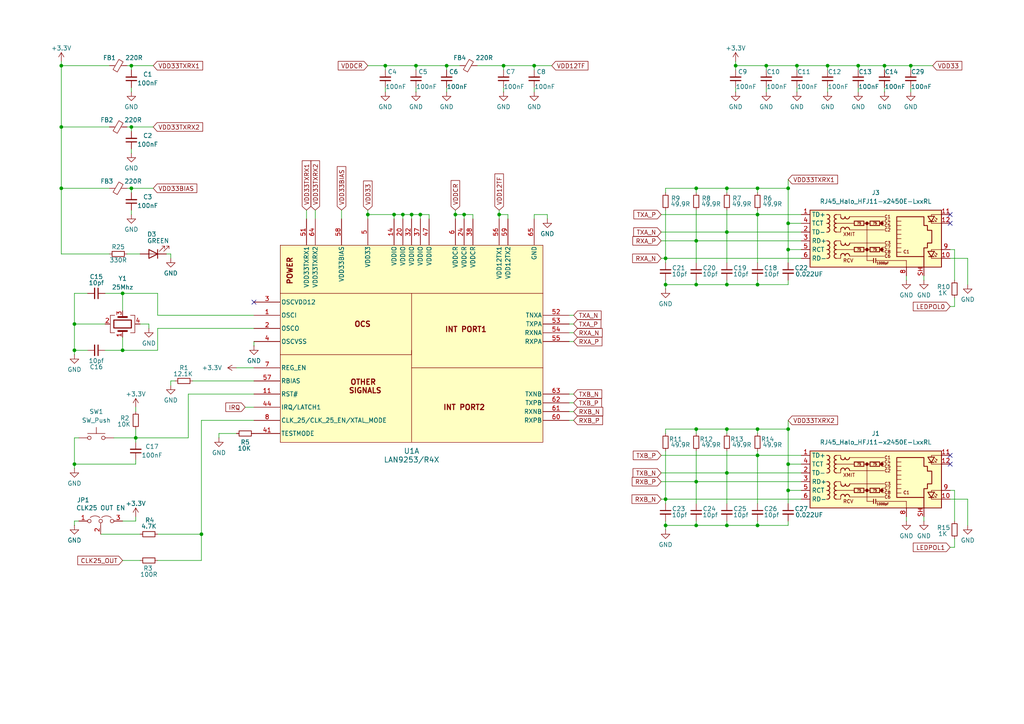
<source format=kicad_sch>
(kicad_sch
	(version 20231120)
	(generator "eeschema")
	(generator_version "8.0")
	(uuid "c9787b77-e9d1-4903-983c-5ffaba1123e6")
	(paper "A4")
	(title_block
		(title "Kyncat")
		(date "2025-01-03")
		(rev "0.0.1")
		(company "Kynsight GmbH")
		(comment 1 "Git : https://git.keydev.me/kynsight/Kyncathttps://git.keydev.me/kynsight/Kyncat")
		(comment 2 "EtherCAT devices for various use cases. This one is the first test board")
	)
	
	(junction
		(at 120.65 19.05)
		(diameter 0)
		(color 0 0 0 0)
		(uuid "01a84431-6596-419b-b9f7-b5bd2cd23051")
	)
	(junction
		(at 228.6 54.61)
		(diameter 0)
		(color 0 0 0 0)
		(uuid "02a4761b-87a4-4ebd-8cd5-d35948685ec0")
	)
	(junction
		(at 219.71 132.08)
		(diameter 0)
		(color 0 0 0 0)
		(uuid "07cfc194-c11c-4d64-ac85-f58743028343")
	)
	(junction
		(at 248.92 19.05)
		(diameter 0)
		(color 0 0 0 0)
		(uuid "086cfea5-aa14-4522-b362-96a62ea87438")
	)
	(junction
		(at 129.54 19.05)
		(diameter 0)
		(color 0 0 0 0)
		(uuid "19b5e5d7-24f9-46df-b6db-5c5b11e8f84a")
	)
	(junction
		(at 210.82 124.46)
		(diameter 0)
		(color 0 0 0 0)
		(uuid "24ac710f-74e5-4517-817d-c01373071c59")
	)
	(junction
		(at 193.04 152.4)
		(diameter 0)
		(color 0 0 0 0)
		(uuid "2aa0a1dc-e99c-43c7-aa96-88ac306c95d2")
	)
	(junction
		(at 21.59 134.62)
		(diameter 0)
		(color 0 0 0 0)
		(uuid "30db7afd-c036-45cd-bab9-5092458eae42")
	)
	(junction
		(at 193.04 144.78)
		(diameter 0)
		(color 0 0 0 0)
		(uuid "3549327c-8c5a-44aa-86cf-660490c379bd")
	)
	(junction
		(at 219.71 82.55)
		(diameter 0)
		(color 0 0 0 0)
		(uuid "39833a1a-b72b-487e-8a2d-18c9d519d20c")
	)
	(junction
		(at 201.93 69.85)
		(diameter 0)
		(color 0 0 0 0)
		(uuid "3a186213-0261-4fe0-a030-17ea03ae3e59")
	)
	(junction
		(at 213.36 19.05)
		(diameter 0)
		(color 0 0 0 0)
		(uuid "3ae1f084-7958-4c1c-8f89-2c3a3f63bed1")
	)
	(junction
		(at 219.71 62.23)
		(diameter 0)
		(color 0 0 0 0)
		(uuid "3b6bca31-9798-4f29-91a4-b30b6fcb7766")
	)
	(junction
		(at 35.56 85.09)
		(diameter 0)
		(color 0 0 0 0)
		(uuid "3f4a0264-8e7c-4767-bac8-20a2a4d7a8d1")
	)
	(junction
		(at 228.6 72.39)
		(diameter 0)
		(color 0 0 0 0)
		(uuid "47d374fc-86e1-4f2e-8d4e-869222b02cb8")
	)
	(junction
		(at 144.78 62.23)
		(diameter 0)
		(color 0 0 0 0)
		(uuid "4884e044-0831-4d8b-b997-0b020c7f57fb")
	)
	(junction
		(at 210.82 152.4)
		(diameter 0)
		(color 0 0 0 0)
		(uuid "4920a122-8797-453b-b7b5-62e156adbcc6")
	)
	(junction
		(at 219.71 54.61)
		(diameter 0)
		(color 0 0 0 0)
		(uuid "4afa5cd5-bedc-46af-852f-b0aea78cd657")
	)
	(junction
		(at 264.16 19.05)
		(diameter 0)
		(color 0 0 0 0)
		(uuid "55f1af4f-b945-4ba0-b08a-845af5246988")
	)
	(junction
		(at 17.78 19.05)
		(diameter 0)
		(color 0 0 0 0)
		(uuid "56fc0825-45fe-424f-886d-283518d97d60")
	)
	(junction
		(at 38.1 36.83)
		(diameter 0)
		(color 0 0 0 0)
		(uuid "58e7dde2-f922-44c6-8454-9ed813a43c7b")
	)
	(junction
		(at 154.94 19.05)
		(diameter 0)
		(color 0 0 0 0)
		(uuid "662b17af-8d6f-4808-bef6-8a096b7929f7")
	)
	(junction
		(at 58.42 154.94)
		(diameter 0)
		(color 0 0 0 0)
		(uuid "77815f96-d0dd-4c1e-9a95-fcbb65be2b6a")
	)
	(junction
		(at 38.1 54.61)
		(diameter 0)
		(color 0 0 0 0)
		(uuid "799a9101-c6bf-4f96-8880-0415612cc3ba")
	)
	(junction
		(at 114.3 62.23)
		(diameter 0)
		(color 0 0 0 0)
		(uuid "79ec0c1b-fd9b-4faa-a3e0-6258057c58ac")
	)
	(junction
		(at 106.68 62.23)
		(diameter 0)
		(color 0 0 0 0)
		(uuid "7d37d6d9-a139-4238-9de1-77096accfc0c")
	)
	(junction
		(at 228.6 134.62)
		(diameter 0)
		(color 0 0 0 0)
		(uuid "8e39db6d-8d73-4845-b414-e4989664e162")
	)
	(junction
		(at 210.82 137.16)
		(diameter 0)
		(color 0 0 0 0)
		(uuid "93e7b98b-9f19-432a-bc5a-d805167abef7")
	)
	(junction
		(at 38.1 19.05)
		(diameter 0)
		(color 0 0 0 0)
		(uuid "955e4e02-87ff-4906-aac6-86e62368e383")
	)
	(junction
		(at 256.54 19.05)
		(diameter 0)
		(color 0 0 0 0)
		(uuid "98f42716-2b16-4a9e-aafc-c3902cad60b8")
	)
	(junction
		(at 222.25 19.05)
		(diameter 0)
		(color 0 0 0 0)
		(uuid "9a849853-d77b-444f-84fb-39867fa92833")
	)
	(junction
		(at 201.93 124.46)
		(diameter 0)
		(color 0 0 0 0)
		(uuid "a3e94efe-5871-4750-9375-334b62b7d30b")
	)
	(junction
		(at 21.59 93.98)
		(diameter 0)
		(color 0 0 0 0)
		(uuid "a6866d2a-fa03-464c-b5bb-6c02a8752b6e")
	)
	(junction
		(at 219.71 152.4)
		(diameter 0)
		(color 0 0 0 0)
		(uuid "afffbb12-17c6-4a03-a2e9-d7112f2f689b")
	)
	(junction
		(at 146.05 19.05)
		(diameter 0)
		(color 0 0 0 0)
		(uuid "b3c9ce49-0ac4-4251-a8a7-f7e509f1dec2")
	)
	(junction
		(at 210.82 67.31)
		(diameter 0)
		(color 0 0 0 0)
		(uuid "b56a5b13-97b2-4792-bcf5-a8048e42c00f")
	)
	(junction
		(at 193.04 74.93)
		(diameter 0)
		(color 0 0 0 0)
		(uuid "b6011ff4-643c-46a5-91cf-b3a04e2bf1e0")
	)
	(junction
		(at 132.08 62.23)
		(diameter 0)
		(color 0 0 0 0)
		(uuid "b712e61d-89e3-4c2a-83b4-bfaf5872556c")
	)
	(junction
		(at 231.14 19.05)
		(diameter 0)
		(color 0 0 0 0)
		(uuid "b79f1a75-42b4-4535-a071-0f93fcc6c2c3")
	)
	(junction
		(at 201.93 152.4)
		(diameter 0)
		(color 0 0 0 0)
		(uuid "b7ff8a33-3b40-4303-b327-a41aab5422e8")
	)
	(junction
		(at 121.92 62.23)
		(diameter 0)
		(color 0 0 0 0)
		(uuid "bab45977-ed72-4c0e-89da-38a99c73095d")
	)
	(junction
		(at 228.6 64.77)
		(diameter 0)
		(color 0 0 0 0)
		(uuid "c44d2a48-6f0b-466b-a61b-de523f4fd9c2")
	)
	(junction
		(at 240.03 19.05)
		(diameter 0)
		(color 0 0 0 0)
		(uuid "c88f592d-5114-409f-8f22-132d5bf849e1")
	)
	(junction
		(at 201.93 139.7)
		(diameter 0)
		(color 0 0 0 0)
		(uuid "cd3bad25-7cd3-4d78-8bb7-6767d3fd7d53")
	)
	(junction
		(at 17.78 36.83)
		(diameter 0)
		(color 0 0 0 0)
		(uuid "ce56fcaf-f9da-4913-abbd-c1b56e979b03")
	)
	(junction
		(at 201.93 82.55)
		(diameter 0)
		(color 0 0 0 0)
		(uuid "cf10ee14-9372-471c-b470-f7e023ddf2b5")
	)
	(junction
		(at 21.59 101.6)
		(diameter 0)
		(color 0 0 0 0)
		(uuid "d00f52d1-cba0-4e2a-a621-d234bff74a98")
	)
	(junction
		(at 39.37 127)
		(diameter 0)
		(color 0 0 0 0)
		(uuid "d76ffd49-18ff-41c7-92f7-7c142ae793a4")
	)
	(junction
		(at 35.56 101.6)
		(diameter 0)
		(color 0 0 0 0)
		(uuid "d782d1d1-e33d-4ec6-b1d2-063f1a919c36")
	)
	(junction
		(at 116.84 62.23)
		(diameter 0)
		(color 0 0 0 0)
		(uuid "d7a28682-3bae-4cdd-a8ab-326487b248af")
	)
	(junction
		(at 210.82 82.55)
		(diameter 0)
		(color 0 0 0 0)
		(uuid "e13b1b6f-845b-4321-9575-ff0cadd2f9d7")
	)
	(junction
		(at 201.93 54.61)
		(diameter 0)
		(color 0 0 0 0)
		(uuid "e24e417e-03fe-4dad-bc9f-9841b5300efe")
	)
	(junction
		(at 17.78 54.61)
		(diameter 0)
		(color 0 0 0 0)
		(uuid "e68890e6-325e-466c-8f10-7cdd70a0d2ca")
	)
	(junction
		(at 228.6 142.24)
		(diameter 0)
		(color 0 0 0 0)
		(uuid "e8c2b71d-d437-4d6f-83bc-6d204cc8be03")
	)
	(junction
		(at 111.76 19.05)
		(diameter 0)
		(color 0 0 0 0)
		(uuid "eb125cbb-0624-41c0-b782-1db20ac10a28")
	)
	(junction
		(at 210.82 54.61)
		(diameter 0)
		(color 0 0 0 0)
		(uuid "f1a7d865-ca15-4351-bf41-20eef3ded193")
	)
	(junction
		(at 119.38 62.23)
		(diameter 0)
		(color 0 0 0 0)
		(uuid "f57dc155-447b-431a-ae81-efbe7c92850f")
	)
	(junction
		(at 219.71 124.46)
		(diameter 0)
		(color 0 0 0 0)
		(uuid "f6944a8d-fee4-405f-9a23-634457f02d8f")
	)
	(junction
		(at 228.6 124.46)
		(diameter 0)
		(color 0 0 0 0)
		(uuid "fa5f25ce-d6e1-4567-9f72-485fff3da6a1")
	)
	(junction
		(at 134.62 62.23)
		(diameter 0)
		(color 0 0 0 0)
		(uuid "facc9dcc-7372-4a12-ac66-71c353d53933")
	)
	(junction
		(at 193.04 82.55)
		(diameter 0)
		(color 0 0 0 0)
		(uuid "fafcfd2a-b54d-474f-b16e-a8e51306dea4")
	)
	(no_connect
		(at 73.66 87.63)
		(uuid "160a55d0-dfa1-4a9a-beae-7db6d199f456")
	)
	(no_connect
		(at 275.59 134.62)
		(uuid "2689c614-72de-4284-a051-d1d42d417af9")
	)
	(no_connect
		(at 275.59 132.08)
		(uuid "40da4d00-74e1-490e-96ac-7fe1a1c92195")
	)
	(no_connect
		(at 275.59 64.77)
		(uuid "511d314b-20f0-4f42-897c-e77c674d72c1")
	)
	(no_connect
		(at 275.59 62.23)
		(uuid "ca6cd20f-65f8-48d1-a7d3-3f0eb60f7d55")
	)
	(wire
		(pts
			(xy 48.26 73.66) (xy 49.53 73.66)
		)
		(stroke
			(width 0)
			(type default)
		)
		(uuid "00a4aa5c-75ec-4d6f-9e59-2a3bf61813db")
	)
	(wire
		(pts
			(xy 228.6 142.24) (xy 228.6 146.05)
		)
		(stroke
			(width 0)
			(type default)
		)
		(uuid "00d122bc-2a41-4966-80f8-959bb421532a")
	)
	(wire
		(pts
			(xy 201.93 152.4) (xy 210.82 152.4)
		)
		(stroke
			(width 0)
			(type default)
		)
		(uuid "049e4911-06b8-4292-8e5c-92122e94fcbf")
	)
	(wire
		(pts
			(xy 193.04 54.61) (xy 201.93 54.61)
		)
		(stroke
			(width 0)
			(type default)
		)
		(uuid "05635274-ce96-4df2-9ff5-317be587a6b8")
	)
	(wire
		(pts
			(xy 114.3 63.5) (xy 114.3 62.23)
		)
		(stroke
			(width 0)
			(type default)
		)
		(uuid "05e73e51-7d41-4a24-aa4c-c0e7d8f88cb0")
	)
	(wire
		(pts
			(xy 280.67 144.78) (xy 280.67 152.4)
		)
		(stroke
			(width 0)
			(type default)
		)
		(uuid "08863980-a143-4d6c-8b46-725d2bd5ca67")
	)
	(wire
		(pts
			(xy 193.04 144.78) (xy 193.04 146.05)
		)
		(stroke
			(width 0)
			(type default)
		)
		(uuid "08bcbf10-8ddc-4b94-95e0-314d8a06f1a8")
	)
	(wire
		(pts
			(xy 106.68 60.96) (xy 106.68 62.23)
		)
		(stroke
			(width 0)
			(type default)
		)
		(uuid "09cf677b-3a19-401c-85be-cba69c4e2c32")
	)
	(wire
		(pts
			(xy 68.58 106.68) (xy 73.66 106.68)
		)
		(stroke
			(width 0)
			(type default)
		)
		(uuid "0d3d1605-f2db-45d1-8e52-54105938b2bf")
	)
	(wire
		(pts
			(xy 191.77 132.08) (xy 219.71 132.08)
		)
		(stroke
			(width 0)
			(type default)
		)
		(uuid "0d7ca459-5df6-4914-ad35-5f3aa5a01929")
	)
	(wire
		(pts
			(xy 219.71 62.23) (xy 232.41 62.23)
		)
		(stroke
			(width 0)
			(type default)
		)
		(uuid "0dbdda03-9439-4d9e-89a7-4397018aa4c5")
	)
	(wire
		(pts
			(xy 228.6 121.92) (xy 228.6 124.46)
		)
		(stroke
			(width 0)
			(type default)
		)
		(uuid "0fea990f-c276-4207-9e7a-513015835ed3")
	)
	(wire
		(pts
			(xy 120.65 19.05) (xy 120.65 20.32)
		)
		(stroke
			(width 0)
			(type default)
		)
		(uuid "10d1d1d6-a32b-4c02-b9d8-590f3bf635e8")
	)
	(wire
		(pts
			(xy 193.04 82.55) (xy 193.04 83.82)
		)
		(stroke
			(width 0)
			(type default)
		)
		(uuid "10f3c738-c9c4-4d61-b75f-2dce8806e5c5")
	)
	(wire
		(pts
			(xy 147.32 63.5) (xy 147.32 62.23)
		)
		(stroke
			(width 0)
			(type default)
		)
		(uuid "11253bce-b0fc-4f91-8de4-22e9b37a1e39")
	)
	(wire
		(pts
			(xy 120.65 19.05) (xy 129.54 19.05)
		)
		(stroke
			(width 0)
			(type default)
		)
		(uuid "11b675c6-9e36-4c36-a894-ff5c4861728a")
	)
	(wire
		(pts
			(xy 228.6 142.24) (xy 228.6 134.62)
		)
		(stroke
			(width 0)
			(type default)
		)
		(uuid "121ba910-b9fd-4a30-8846-c84ff895dae4")
	)
	(wire
		(pts
			(xy 219.71 125.73) (xy 219.71 124.46)
		)
		(stroke
			(width 0)
			(type default)
		)
		(uuid "129f3e7e-6e83-4249-bb05-186de36a51dd")
	)
	(wire
		(pts
			(xy 193.04 124.46) (xy 201.93 124.46)
		)
		(stroke
			(width 0)
			(type default)
		)
		(uuid "12b91102-b51a-4512-ba8c-1a8ddf08d8bd")
	)
	(wire
		(pts
			(xy 270.51 19.05) (xy 264.16 19.05)
		)
		(stroke
			(width 0)
			(type default)
		)
		(uuid "1562de10-ff0e-496a-8332-b7e11908f168")
	)
	(wire
		(pts
			(xy 29.21 154.94) (xy 40.64 154.94)
		)
		(stroke
			(width 0)
			(type default)
		)
		(uuid "16101ab4-1917-46bf-ae6c-1e09127f6581")
	)
	(wire
		(pts
			(xy 22.86 127) (xy 21.59 127)
		)
		(stroke
			(width 0)
			(type default)
		)
		(uuid "16a98137-278e-4b5e-85c1-fa9d44f194f1")
	)
	(wire
		(pts
			(xy 106.68 62.23) (xy 106.68 63.5)
		)
		(stroke
			(width 0)
			(type default)
		)
		(uuid "17534fc8-ef07-4a98-8f41-e78e056e0bdd")
	)
	(wire
		(pts
			(xy 146.05 19.05) (xy 146.05 20.32)
		)
		(stroke
			(width 0)
			(type default)
		)
		(uuid "1a2a1fd1-d56e-47a8-86a2-8c4623b03077")
	)
	(wire
		(pts
			(xy 219.71 55.88) (xy 219.71 54.61)
		)
		(stroke
			(width 0)
			(type default)
		)
		(uuid "1a342ac9-347c-4f4b-a7e5-7418dc0ce820")
	)
	(wire
		(pts
			(xy 158.75 62.23) (xy 158.75 63.5)
		)
		(stroke
			(width 0)
			(type default)
		)
		(uuid "1a44bdd2-aa01-40a3-823a-933083e432ae")
	)
	(wire
		(pts
			(xy 264.16 25.4) (xy 264.16 26.67)
		)
		(stroke
			(width 0)
			(type default)
		)
		(uuid "1b4dc23a-dbb3-4cbc-bcd5-1613a770a36e")
	)
	(wire
		(pts
			(xy 119.38 62.23) (xy 116.84 62.23)
		)
		(stroke
			(width 0)
			(type default)
		)
		(uuid "1be602f2-51b7-4cbd-826b-c6705e1f166e")
	)
	(wire
		(pts
			(xy 275.59 144.78) (xy 280.67 144.78)
		)
		(stroke
			(width 0)
			(type default)
		)
		(uuid "1e189ef2-4596-4821-bae3-1abe7e706643")
	)
	(wire
		(pts
			(xy 232.41 142.24) (xy 228.6 142.24)
		)
		(stroke
			(width 0)
			(type default)
		)
		(uuid "1e3ec2f2-1300-48be-baad-75363ebb8d1d")
	)
	(wire
		(pts
			(xy 121.92 63.5) (xy 121.92 62.23)
		)
		(stroke
			(width 0)
			(type default)
		)
		(uuid "1fcffd70-a495-4cf7-9fe9-4a447d98723f")
	)
	(wire
		(pts
			(xy 228.6 52.07) (xy 228.6 54.61)
		)
		(stroke
			(width 0)
			(type default)
		)
		(uuid "212f6b1b-3f8b-4391-87fb-464ff62ebc3e")
	)
	(wire
		(pts
			(xy 240.03 19.05) (xy 240.03 20.32)
		)
		(stroke
			(width 0)
			(type default)
		)
		(uuid "21581160-9ecf-4baa-85bd-35e4120d978a")
	)
	(wire
		(pts
			(xy 63.5 125.73) (xy 68.58 125.73)
		)
		(stroke
			(width 0)
			(type default)
		)
		(uuid "222fd5b2-0f49-4b77-ab31-0b89625b5277")
	)
	(wire
		(pts
			(xy 154.94 20.32) (xy 154.94 19.05)
		)
		(stroke
			(width 0)
			(type default)
		)
		(uuid "23173217-5053-4e48-8ac0-206d76fa64b0")
	)
	(wire
		(pts
			(xy 193.04 60.96) (xy 193.04 74.93)
		)
		(stroke
			(width 0)
			(type default)
		)
		(uuid "23c13d0b-ff33-4051-bf96-02691f33179a")
	)
	(wire
		(pts
			(xy 248.92 19.05) (xy 240.03 19.05)
		)
		(stroke
			(width 0)
			(type default)
		)
		(uuid "24f686cc-d113-4748-9cde-c0b0828fa2d1")
	)
	(wire
		(pts
			(xy 21.59 93.98) (xy 21.59 101.6)
		)
		(stroke
			(width 0)
			(type default)
		)
		(uuid "25372f70-a996-4119-a00e-009cce0b53ae")
	)
	(wire
		(pts
			(xy 35.56 85.09) (xy 45.72 85.09)
		)
		(stroke
			(width 0)
			(type default)
		)
		(uuid "26046206-397e-4f84-a231-cc7d46512127")
	)
	(wire
		(pts
			(xy 264.16 19.05) (xy 256.54 19.05)
		)
		(stroke
			(width 0)
			(type default)
		)
		(uuid "28ae1795-8b48-4bc8-9b6c-5aaa4d688d05")
	)
	(wire
		(pts
			(xy 264.16 19.05) (xy 264.16 20.32)
		)
		(stroke
			(width 0)
			(type default)
		)
		(uuid "29b9dcfa-5d35-4ad5-9984-dd8311d157ce")
	)
	(wire
		(pts
			(xy 17.78 19.05) (xy 31.75 19.05)
		)
		(stroke
			(width 0)
			(type default)
		)
		(uuid "2b04bece-4c4b-4060-b9c5-b2d0f8cfc22c")
	)
	(wire
		(pts
			(xy 36.83 73.66) (xy 40.64 73.66)
		)
		(stroke
			(width 0)
			(type default)
		)
		(uuid "2b90bd2c-f296-4857-b60c-6b6efb1aee49")
	)
	(wire
		(pts
			(xy 111.76 19.05) (xy 111.76 20.32)
		)
		(stroke
			(width 0)
			(type default)
		)
		(uuid "2b9bdda3-a3f1-4bb3-b69c-04ab013f7f6c")
	)
	(wire
		(pts
			(xy 45.72 91.44) (xy 45.72 85.09)
		)
		(stroke
			(width 0)
			(type default)
		)
		(uuid "2bec42c4-19f7-4107-8536-0bdb5f47eb08")
	)
	(wire
		(pts
			(xy 166.37 93.98) (xy 165.1 93.98)
		)
		(stroke
			(width 0)
			(type default)
		)
		(uuid "2c192cb4-bae0-4de4-9f66-9ba5c9dd9078")
	)
	(wire
		(pts
			(xy 219.71 81.28) (xy 219.71 82.55)
		)
		(stroke
			(width 0)
			(type default)
		)
		(uuid "2cfd0672-e470-4b9d-b40e-7979ee292323")
	)
	(wire
		(pts
			(xy 256.54 25.4) (xy 256.54 26.67)
		)
		(stroke
			(width 0)
			(type default)
		)
		(uuid "32ad5343-999d-4dc9-9a2d-c6397ce812b8")
	)
	(wire
		(pts
			(xy 138.43 19.05) (xy 146.05 19.05)
		)
		(stroke
			(width 0)
			(type default)
		)
		(uuid "335c51af-097f-4e0d-8d57-908cd8fa5a51")
	)
	(wire
		(pts
			(xy 38.1 19.05) (xy 38.1 20.32)
		)
		(stroke
			(width 0)
			(type default)
		)
		(uuid "3461d97a-5c0c-46a1-ae4f-d1a4cf40d2a4")
	)
	(wire
		(pts
			(xy 21.59 135.89) (xy 21.59 134.62)
		)
		(stroke
			(width 0)
			(type default)
		)
		(uuid "364b8bde-c834-4c79-bdbb-4b2b674124f9")
	)
	(wire
		(pts
			(xy 88.9 60.96) (xy 88.9 63.5)
		)
		(stroke
			(width 0)
			(type default)
		)
		(uuid "37fe7454-0499-4f31-9af8-1bdafca9ded4")
	)
	(wire
		(pts
			(xy 45.72 91.44) (xy 73.66 91.44)
		)
		(stroke
			(width 0)
			(type default)
		)
		(uuid "392ceb86-df7d-4f0e-9f42-5135183ae90c")
	)
	(wire
		(pts
			(xy 193.04 82.55) (xy 201.93 82.55)
		)
		(stroke
			(width 0)
			(type default)
		)
		(uuid "39d98bbe-fdf3-40e4-abea-11748fab7f9a")
	)
	(wire
		(pts
			(xy 276.86 142.24) (xy 276.86 151.13)
		)
		(stroke
			(width 0)
			(type default)
		)
		(uuid "3cca41e2-c3b8-42a5-a55c-0ca87441391a")
	)
	(wire
		(pts
			(xy 50.8 110.49) (xy 49.53 110.49)
		)
		(stroke
			(width 0)
			(type default)
		)
		(uuid "3fa5b060-0d87-42d5-8752-b9776b708f8e")
	)
	(wire
		(pts
			(xy 166.37 99.06) (xy 165.1 99.06)
		)
		(stroke
			(width 0)
			(type default)
		)
		(uuid "400868be-26e3-4834-aeb4-2e49c4856794")
	)
	(wire
		(pts
			(xy 134.62 62.23) (xy 132.08 62.23)
		)
		(stroke
			(width 0)
			(type default)
		)
		(uuid "40451193-ee40-40a2-bd85-0f3fc3e0f128")
	)
	(wire
		(pts
			(xy 191.77 62.23) (xy 219.71 62.23)
		)
		(stroke
			(width 0)
			(type default)
		)
		(uuid "41d125f4-e56a-4836-adec-4967a20e6e98")
	)
	(wire
		(pts
			(xy 201.93 55.88) (xy 201.93 54.61)
		)
		(stroke
			(width 0)
			(type default)
		)
		(uuid "422ef147-29b8-4818-b9e7-71c9235fdcbb")
	)
	(wire
		(pts
			(xy 219.71 151.13) (xy 219.71 152.4)
		)
		(stroke
			(width 0)
			(type default)
		)
		(uuid "4330706b-3cc8-472a-b477-1ffffb718c21")
	)
	(wire
		(pts
			(xy 240.03 25.4) (xy 240.03 26.67)
		)
		(stroke
			(width 0)
			(type default)
		)
		(uuid "45d5256f-856a-4c75-a713-09e0f4fe182f")
	)
	(wire
		(pts
			(xy 275.59 74.93) (xy 280.67 74.93)
		)
		(stroke
			(width 0)
			(type default)
		)
		(uuid "46e0b368-ec9b-4894-9f41-c2f63da150da")
	)
	(wire
		(pts
			(xy 106.68 19.05) (xy 111.76 19.05)
		)
		(stroke
			(width 0)
			(type default)
		)
		(uuid "4958fe9b-686f-4dd5-8a06-f9dde51b4a87")
	)
	(wire
		(pts
			(xy 146.05 25.4) (xy 146.05 26.67)
		)
		(stroke
			(width 0)
			(type default)
		)
		(uuid "49615a60-91cc-42b5-b1ed-fafa3349e443")
	)
	(wire
		(pts
			(xy 210.82 124.46) (xy 201.93 124.46)
		)
		(stroke
			(width 0)
			(type default)
		)
		(uuid "49c8e270-ef5a-47c6-bf2d-dba51a95703e")
	)
	(wire
		(pts
			(xy 276.86 72.39) (xy 276.86 81.28)
		)
		(stroke
			(width 0)
			(type default)
		)
		(uuid "4b92c638-989c-4a4a-9387-33756398debf")
	)
	(wire
		(pts
			(xy 219.71 82.55) (xy 210.82 82.55)
		)
		(stroke
			(width 0)
			(type default)
		)
		(uuid "4d056c5b-4578-42ec-aa0a-0757ad24d8c0")
	)
	(wire
		(pts
			(xy 120.65 25.4) (xy 120.65 26.67)
		)
		(stroke
			(width 0)
			(type default)
		)
		(uuid "4d24ed04-52a3-47fa-9f24-0af20d659c23")
	)
	(wire
		(pts
			(xy 213.36 25.4) (xy 213.36 26.67)
		)
		(stroke
			(width 0)
			(type default)
		)
		(uuid "4d34b847-b3df-4ac2-a8d4-3e248f87abfb")
	)
	(wire
		(pts
			(xy 38.1 19.05) (xy 44.45 19.05)
		)
		(stroke
			(width 0)
			(type default)
		)
		(uuid "4d4c9809-0599-46cc-b125-b17854457071")
	)
	(wire
		(pts
			(xy 193.04 130.81) (xy 193.04 144.78)
		)
		(stroke
			(width 0)
			(type default)
		)
		(uuid "519ff0c4-d91f-486e-b7ac-6d9c57a42496")
	)
	(wire
		(pts
			(xy 213.36 17.78) (xy 213.36 19.05)
		)
		(stroke
			(width 0)
			(type default)
		)
		(uuid "52576120-0295-4c66-8ec0-6b8a5a00ef72")
	)
	(wire
		(pts
			(xy 38.1 60.96) (xy 38.1 62.23)
		)
		(stroke
			(width 0)
			(type default)
		)
		(uuid "527f9186-ae79-4517-9026-2d9eb8cbf48b")
	)
	(wire
		(pts
			(xy 232.41 72.39) (xy 228.6 72.39)
		)
		(stroke
			(width 0)
			(type default)
		)
		(uuid "52bd050c-ba06-4dc9-be7a-f0adba096ae9")
	)
	(wire
		(pts
			(xy 154.94 62.23) (xy 158.75 62.23)
		)
		(stroke
			(width 0)
			(type default)
		)
		(uuid "5674b2ce-8824-458f-b777-493863b89bdb")
	)
	(wire
		(pts
			(xy 166.37 114.3) (xy 165.1 114.3)
		)
		(stroke
			(width 0)
			(type default)
		)
		(uuid "57ac29b2-7753-46f6-b848-392fc6b76110")
	)
	(wire
		(pts
			(xy 38.1 54.61) (xy 38.1 55.88)
		)
		(stroke
			(width 0)
			(type default)
		)
		(uuid "589920db-b819-47d5-bab5-79ac620f8d2f")
	)
	(wire
		(pts
			(xy 121.92 62.23) (xy 124.46 62.23)
		)
		(stroke
			(width 0)
			(type default)
		)
		(uuid "5941556e-8dbc-4606-b99f-ad6378ce25c1")
	)
	(wire
		(pts
			(xy 201.93 81.28) (xy 201.93 82.55)
		)
		(stroke
			(width 0)
			(type default)
		)
		(uuid "5b2cedfb-f989-4956-ae4e-1793c96deea6")
	)
	(wire
		(pts
			(xy 228.6 64.77) (xy 228.6 54.61)
		)
		(stroke
			(width 0)
			(type default)
		)
		(uuid "5b5685ee-13b7-48fa-8e7f-4e997a892555")
	)
	(wire
		(pts
			(xy 21.59 151.13) (xy 22.86 151.13)
		)
		(stroke
			(width 0)
			(type default)
		)
		(uuid "5bfcfa1d-78a8-4aec-bc30-1e5e09d9e0d6")
	)
	(wire
		(pts
			(xy 31.75 36.83) (xy 17.78 36.83)
		)
		(stroke
			(width 0)
			(type default)
		)
		(uuid "5f2e95a9-4510-4708-b459-ecf1122f84e0")
	)
	(wire
		(pts
			(xy 231.14 19.05) (xy 222.25 19.05)
		)
		(stroke
			(width 0)
			(type default)
		)
		(uuid "5fee18ee-f4d9-4801-bfd2-88255bc174c0")
	)
	(wire
		(pts
			(xy 134.62 63.5) (xy 134.62 62.23)
		)
		(stroke
			(width 0)
			(type default)
		)
		(uuid "61d9f0bf-97b1-4e84-8325-6c372cea1627")
	)
	(wire
		(pts
			(xy 30.48 101.6) (xy 35.56 101.6)
		)
		(stroke
			(width 0)
			(type default)
		)
		(uuid "6376a973-f337-45eb-b824-e6360b1d8355")
	)
	(wire
		(pts
			(xy 154.94 19.05) (xy 160.02 19.05)
		)
		(stroke
			(width 0)
			(type default)
		)
		(uuid "657bff74-5339-450b-a2ca-6a5150e2bce3")
	)
	(wire
		(pts
			(xy 193.04 151.13) (xy 193.04 152.4)
		)
		(stroke
			(width 0)
			(type default)
		)
		(uuid "6591e1b6-191b-425f-b2d2-d3be510889a2")
	)
	(wire
		(pts
			(xy 21.59 152.4) (xy 21.59 151.13)
		)
		(stroke
			(width 0)
			(type default)
		)
		(uuid "66c2d9be-381c-49c8-b860-1f4f133795e8")
	)
	(wire
		(pts
			(xy 191.77 139.7) (xy 201.93 139.7)
		)
		(stroke
			(width 0)
			(type default)
		)
		(uuid "671d286a-f8fa-4724-894c-0b30e61a53e7")
	)
	(wire
		(pts
			(xy 39.37 133.35) (xy 39.37 134.62)
		)
		(stroke
			(width 0)
			(type default)
		)
		(uuid "68541fcc-05fa-4edd-9bc5-ec3d503147fb")
	)
	(wire
		(pts
			(xy 166.37 96.52) (xy 165.1 96.52)
		)
		(stroke
			(width 0)
			(type default)
		)
		(uuid "685d0122-1f8e-452e-9b32-607e8867f81c")
	)
	(wire
		(pts
			(xy 144.78 62.23) (xy 144.78 63.5)
		)
		(stroke
			(width 0)
			(type default)
		)
		(uuid "68ea71e6-b776-4a3c-aa22-3b2821d2e94c")
	)
	(wire
		(pts
			(xy 201.93 54.61) (xy 210.82 54.61)
		)
		(stroke
			(width 0)
			(type default)
		)
		(uuid "694d565c-1f9a-4460-9afa-51362527029c")
	)
	(wire
		(pts
			(xy 267.97 80.01) (xy 267.97 81.28)
		)
		(stroke
			(width 0)
			(type default)
		)
		(uuid "69789a69-2abf-497c-8a7a-1c61073a2d1c")
	)
	(wire
		(pts
			(xy 219.71 60.96) (xy 219.71 62.23)
		)
		(stroke
			(width 0)
			(type default)
		)
		(uuid "6a4ad8c8-cfc6-4220-a599-a4674991a029")
	)
	(wire
		(pts
			(xy 193.04 74.93) (xy 193.04 76.2)
		)
		(stroke
			(width 0)
			(type default)
		)
		(uuid "6a5f78a6-28c2-462b-91e4-825dcdd4916e")
	)
	(wire
		(pts
			(xy 248.92 19.05) (xy 248.92 20.32)
		)
		(stroke
			(width 0)
			(type default)
		)
		(uuid "6aac07ff-d564-4c59-96a8-922ebd529347")
	)
	(wire
		(pts
			(xy 116.84 62.23) (xy 114.3 62.23)
		)
		(stroke
			(width 0)
			(type default)
		)
		(uuid "6d7e1e85-55ef-487f-8acf-c99aa53b3c9c")
	)
	(wire
		(pts
			(xy 240.03 19.05) (xy 231.14 19.05)
		)
		(stroke
			(width 0)
			(type default)
		)
		(uuid "6dc4de9d-8445-403d-bf2e-14f177e2a056")
	)
	(wire
		(pts
			(xy 49.53 110.49) (xy 49.53 111.76)
		)
		(stroke
			(width 0)
			(type default)
		)
		(uuid "6e11672e-15a5-43d5-8bfe-be280ee1f448")
	)
	(wire
		(pts
			(xy 219.71 62.23) (xy 219.71 76.2)
		)
		(stroke
			(width 0)
			(type default)
		)
		(uuid "6e58af3d-c888-4089-9aac-469c63234d87")
	)
	(wire
		(pts
			(xy 17.78 54.61) (xy 17.78 36.83)
		)
		(stroke
			(width 0)
			(type default)
		)
		(uuid "70639b04-c276-42a9-9657-63a2a01479d9")
	)
	(wire
		(pts
			(xy 21.59 127) (xy 21.59 134.62)
		)
		(stroke
			(width 0)
			(type default)
		)
		(uuid "70ef6b8d-f60d-4e8a-aed1-ef09ce983469")
	)
	(wire
		(pts
			(xy 124.46 63.5) (xy 124.46 62.23)
		)
		(stroke
			(width 0)
			(type default)
		)
		(uuid "724369ba-0ab5-4280-b986-74631cdd0265")
	)
	(wire
		(pts
			(xy 54.61 114.3) (xy 54.61 127)
		)
		(stroke
			(width 0)
			(type default)
		)
		(uuid "73079a76-217a-463f-83f4-63f678b3e7c0")
	)
	(wire
		(pts
			(xy 36.83 19.05) (xy 38.1 19.05)
		)
		(stroke
			(width 0)
			(type default)
		)
		(uuid "73544b25-20b9-46ca-bb5e-46f4b4be1cc8")
	)
	(wire
		(pts
			(xy 49.53 73.66) (xy 49.53 74.93)
		)
		(stroke
			(width 0)
			(type default)
		)
		(uuid "744eca89-c7d6-4708-bbc3-8799c6cca0e2")
	)
	(wire
		(pts
			(xy 210.82 137.16) (xy 210.82 146.05)
		)
		(stroke
			(width 0)
			(type default)
		)
		(uuid "7679f526-d7e2-4171-9964-8f99f7fd8d38")
	)
	(wire
		(pts
			(xy 248.92 25.4) (xy 248.92 26.67)
		)
		(stroke
			(width 0)
			(type default)
		)
		(uuid "77de7357-f47f-48cf-8bcd-7f652e01a20a")
	)
	(wire
		(pts
			(xy 17.78 17.78) (xy 17.78 19.05)
		)
		(stroke
			(width 0)
			(type default)
		)
		(uuid "77f73a04-1afc-4504-84d9-5cff6d90648d")
	)
	(wire
		(pts
			(xy 210.82 137.16) (xy 232.41 137.16)
		)
		(stroke
			(width 0)
			(type default)
		)
		(uuid "78aded71-0c31-4367-9b07-7b5ae0566158")
	)
	(wire
		(pts
			(xy 276.86 156.21) (xy 276.86 158.75)
		)
		(stroke
			(width 0)
			(type default)
		)
		(uuid "7a58d0ee-009d-482e-af55-f4d674b39193")
	)
	(wire
		(pts
			(xy 232.41 134.62) (xy 228.6 134.62)
		)
		(stroke
			(width 0)
			(type default)
		)
		(uuid "7ac014b8-61c8-4c5d-96ab-b1970831d278")
	)
	(wire
		(pts
			(xy 201.93 139.7) (xy 201.93 146.05)
		)
		(stroke
			(width 0)
			(type default)
		)
		(uuid "7bdba7b6-ea3d-4fa8-b47e-134703ae0135")
	)
	(wire
		(pts
			(xy 193.04 74.93) (xy 232.41 74.93)
		)
		(stroke
			(width 0)
			(type default)
		)
		(uuid "7bec4e47-0780-46ed-a2d1-3de8650a3a32")
	)
	(wire
		(pts
			(xy 276.86 72.39) (xy 275.59 72.39)
		)
		(stroke
			(width 0)
			(type default)
		)
		(uuid "7c522459-0193-42ac-bc6b-e12459a0342c")
	)
	(wire
		(pts
			(xy 58.42 162.56) (xy 45.72 162.56)
		)
		(stroke
			(width 0)
			(type default)
		)
		(uuid "7e949ea2-879c-4899-b572-82c888e35853")
	)
	(wire
		(pts
			(xy 231.14 19.05) (xy 231.14 20.32)
		)
		(stroke
			(width 0)
			(type default)
		)
		(uuid "7f94d3b9-f957-4d8a-af6d-3aaf21dd1a3d")
	)
	(wire
		(pts
			(xy 38.1 25.4) (xy 38.1 26.67)
		)
		(stroke
			(width 0)
			(type default)
		)
		(uuid "7fd16cae-29a4-47d5-939e-c1f9181ef76f")
	)
	(wire
		(pts
			(xy 129.54 19.05) (xy 133.35 19.05)
		)
		(stroke
			(width 0)
			(type default)
		)
		(uuid "8252a64f-0992-46c5-889b-3d0b9fe711d7")
	)
	(wire
		(pts
			(xy 166.37 116.84) (xy 165.1 116.84)
		)
		(stroke
			(width 0)
			(type default)
		)
		(uuid "831a4ca9-0bf0-4352-b76c-cf1142cb442f")
	)
	(wire
		(pts
			(xy 35.56 162.56) (xy 40.64 162.56)
		)
		(stroke
			(width 0)
			(type default)
		)
		(uuid "847b4b6f-cdff-45fe-937b-89d86729a199")
	)
	(wire
		(pts
			(xy 193.04 152.4) (xy 193.04 153.67)
		)
		(stroke
			(width 0)
			(type default)
		)
		(uuid "8614d6f2-26ae-4396-97aa-d9d64ff06dba")
	)
	(wire
		(pts
			(xy 63.5 125.73) (xy 63.5 127)
		)
		(stroke
			(width 0)
			(type default)
		)
		(uuid "888aa5d6-36a3-4461-813f-f56a692bb26c")
	)
	(wire
		(pts
			(xy 73.66 99.06) (xy 73.66 100.33)
		)
		(stroke
			(width 0)
			(type default)
		)
		(uuid "8926211a-243f-48a7-8e08-19dc4e1c1f1b")
	)
	(wire
		(pts
			(xy 201.93 125.73) (xy 201.93 124.46)
		)
		(stroke
			(width 0)
			(type default)
		)
		(uuid "8a7de44b-a51c-4e33-a005-b22d953321de")
	)
	(wire
		(pts
			(xy 222.25 25.4) (xy 222.25 26.67)
		)
		(stroke
			(width 0)
			(type default)
		)
		(uuid "8d93bbe0-c098-401d-b36e-aaf9d1c84f00")
	)
	(wire
		(pts
			(xy 129.54 25.4) (xy 129.54 26.67)
		)
		(stroke
			(width 0)
			(type default)
		)
		(uuid "8eb8a53d-d96b-4bb6-bf9f-c3ea36081fb9")
	)
	(wire
		(pts
			(xy 231.14 25.4) (xy 231.14 26.67)
		)
		(stroke
			(width 0)
			(type default)
		)
		(uuid "8f99bac8-13e1-4b9e-bc3d-219aba41e3cf")
	)
	(wire
		(pts
			(xy 193.04 124.46) (xy 193.04 125.73)
		)
		(stroke
			(width 0)
			(type default)
		)
		(uuid "91cb8e38-e7de-42cf-a925-23c1eeb18046")
	)
	(wire
		(pts
			(xy 219.71 54.61) (xy 210.82 54.61)
		)
		(stroke
			(width 0)
			(type default)
		)
		(uuid "922eb602-394e-4e8f-8180-eb5d77b3e1d7")
	)
	(wire
		(pts
			(xy 116.84 63.5) (xy 116.84 62.23)
		)
		(stroke
			(width 0)
			(type default)
		)
		(uuid "9253f3e0-dc76-46d0-b376-ce0daf0885ed")
	)
	(wire
		(pts
			(xy 21.59 85.09) (xy 21.59 93.98)
		)
		(stroke
			(width 0)
			(type default)
		)
		(uuid "93b520c6-6abb-4ec8-b505-9e3908699a11")
	)
	(wire
		(pts
			(xy 201.93 151.13) (xy 201.93 152.4)
		)
		(stroke
			(width 0)
			(type default)
		)
		(uuid "94348a7b-be1d-4d6b-8574-55d83c470f96")
	)
	(wire
		(pts
			(xy 201.93 139.7) (xy 232.41 139.7)
		)
		(stroke
			(width 0)
			(type default)
		)
		(uuid "94dc8eb4-22c1-4fc7-b8df-b5f2edb2d86d")
	)
	(wire
		(pts
			(xy 38.1 36.83) (xy 44.45 36.83)
		)
		(stroke
			(width 0)
			(type default)
		)
		(uuid "955d7af8-3e1d-4cd0-a655-141a2e1d627e")
	)
	(wire
		(pts
			(xy 73.66 114.3) (xy 54.61 114.3)
		)
		(stroke
			(width 0)
			(type default)
		)
		(uuid "95e7e653-26f8-4298-9687-ba8081896b04")
	)
	(wire
		(pts
			(xy 132.08 62.23) (xy 132.08 63.5)
		)
		(stroke
			(width 0)
			(type default)
		)
		(uuid "9633be5f-a67d-43ca-afca-7862e7435b07")
	)
	(wire
		(pts
			(xy 262.89 149.86) (xy 262.89 151.13)
		)
		(stroke
			(width 0)
			(type default)
		)
		(uuid "96d7ceee-b7dd-40fa-a708-5f74f6533ce7")
	)
	(wire
		(pts
			(xy 137.16 62.23) (xy 134.62 62.23)
		)
		(stroke
			(width 0)
			(type default)
		)
		(uuid "99950dce-9a1b-46a4-9e0f-11f4053cb135")
	)
	(wire
		(pts
			(xy 276.86 88.9) (xy 275.59 88.9)
		)
		(stroke
			(width 0)
			(type default)
		)
		(uuid "9b3a4938-41b6-4793-ba86-b67a56e140f5")
	)
	(wire
		(pts
			(xy 166.37 121.92) (xy 165.1 121.92)
		)
		(stroke
			(width 0)
			(type default)
		)
		(uuid "9b98bab2-7530-450d-b815-1a51411f6792")
	)
	(wire
		(pts
			(xy 21.59 134.62) (xy 39.37 134.62)
		)
		(stroke
			(width 0)
			(type default)
		)
		(uuid "9cf3b17f-2496-4462-87d9-39b9b5dde938")
	)
	(wire
		(pts
			(xy 129.54 19.05) (xy 129.54 20.32)
		)
		(stroke
			(width 0)
			(type default)
		)
		(uuid "9ede26de-e04c-425e-83e3-249c7dd6c6a0")
	)
	(wire
		(pts
			(xy 219.71 152.4) (xy 210.82 152.4)
		)
		(stroke
			(width 0)
			(type default)
		)
		(uuid "a0daaaf7-e5af-4f08-a684-1c8396dc947a")
	)
	(wire
		(pts
			(xy 39.37 118.11) (xy 39.37 119.38)
		)
		(stroke
			(width 0)
			(type default)
		)
		(uuid "a207a000-71ee-496d-a7cc-a991848ebcfb")
	)
	(wire
		(pts
			(xy 45.72 154.94) (xy 58.42 154.94)
		)
		(stroke
			(width 0)
			(type default)
		)
		(uuid "a27256ce-3b40-4a50-9abc-438a3fcfa6a6")
	)
	(wire
		(pts
			(xy 36.83 54.61) (xy 38.1 54.61)
		)
		(stroke
			(width 0)
			(type default)
		)
		(uuid "a28b92cc-58f1-436a-ac1a-388e62c1f3f3")
	)
	(wire
		(pts
			(xy 17.78 73.66) (xy 17.78 54.61)
		)
		(stroke
			(width 0)
			(type default)
		)
		(uuid "a2ede372-0641-4030-bd9d-f7b8f24cc954")
	)
	(wire
		(pts
			(xy 193.04 152.4) (xy 201.93 152.4)
		)
		(stroke
			(width 0)
			(type default)
		)
		(uuid "a353b7be-4527-45bf-95a4-bccadff53821")
	)
	(wire
		(pts
			(xy 228.6 152.4) (xy 219.71 152.4)
		)
		(stroke
			(width 0)
			(type default)
		)
		(uuid "a381d19a-4612-4cd1-acc6-006c36003061")
	)
	(wire
		(pts
			(xy 39.37 127) (xy 39.37 128.27)
		)
		(stroke
			(width 0)
			(type default)
		)
		(uuid "a707b829-0f19-40e0-a8bc-498bf1874849")
	)
	(wire
		(pts
			(xy 256.54 19.05) (xy 256.54 20.32)
		)
		(stroke
			(width 0)
			(type default)
		)
		(uuid "a70fa4d2-7db7-4315-9547-8d9ee5255835")
	)
	(wire
		(pts
			(xy 276.86 86.36) (xy 276.86 88.9)
		)
		(stroke
			(width 0)
			(type default)
		)
		(uuid "a8dc37cd-4c63-41ae-b615-cad73e35ba46")
	)
	(wire
		(pts
			(xy 267.97 149.86) (xy 267.97 151.13)
		)
		(stroke
			(width 0)
			(type default)
		)
		(uuid "aaeb2c41-3d10-48fe-be19-a73bb703fb46")
	)
	(wire
		(pts
			(xy 228.6 151.13) (xy 228.6 152.4)
		)
		(stroke
			(width 0)
			(type default)
		)
		(uuid "ab4045a8-fc54-4236-a3b7-0e351fdd4a52")
	)
	(wire
		(pts
			(xy 228.6 134.62) (xy 228.6 124.46)
		)
		(stroke
			(width 0)
			(type default)
		)
		(uuid "adcc4303-573a-41b0-8256-de288d75645c")
	)
	(wire
		(pts
			(xy 191.77 74.93) (xy 193.04 74.93)
		)
		(stroke
			(width 0)
			(type default)
		)
		(uuid "ae67bdc3-7161-4b8d-8ad3-8a570aceadb2")
	)
	(wire
		(pts
			(xy 166.37 119.38) (xy 165.1 119.38)
		)
		(stroke
			(width 0)
			(type default)
		)
		(uuid "af6c2330-9d71-4952-96ba-0eb8d242e9bb")
	)
	(wire
		(pts
			(xy 210.82 125.73) (xy 210.82 124.46)
		)
		(stroke
			(width 0)
			(type default)
		)
		(uuid "b1cd5b2e-f4e4-494c-aa08-1206064dbb32")
	)
	(wire
		(pts
			(xy 191.77 67.31) (xy 210.82 67.31)
		)
		(stroke
			(width 0)
			(type default)
		)
		(uuid "b238174a-58a5-4849-9aaa-a504add16dc9")
	)
	(wire
		(pts
			(xy 39.37 151.13) (xy 39.37 149.86)
		)
		(stroke
			(width 0)
			(type default)
		)
		(uuid "b2c02739-35aa-4f00-b979-4d3c5074ccdd")
	)
	(wire
		(pts
			(xy 191.77 144.78) (xy 193.04 144.78)
		)
		(stroke
			(width 0)
			(type default)
		)
		(uuid "b3f799f6-184f-4be3-8ef8-3642d2e385e7")
	)
	(wire
		(pts
			(xy 119.38 63.5) (xy 119.38 62.23)
		)
		(stroke
			(width 0)
			(type default)
		)
		(uuid "b53de569-51ba-48e9-9135-68326169eaa1")
	)
	(wire
		(pts
			(xy 132.08 60.96) (xy 132.08 62.23)
		)
		(stroke
			(width 0)
			(type default)
		)
		(uuid "b5443b0d-f244-4625-aa93-7889abe83efb")
	)
	(wire
		(pts
			(xy 201.93 69.85) (xy 201.93 76.2)
		)
		(stroke
			(width 0)
			(type default)
		)
		(uuid "b5a94e4b-f0d9-4dbb-a0b6-f6ae80fafcf1")
	)
	(wire
		(pts
			(xy 45.72 101.6) (xy 35.56 101.6)
		)
		(stroke
			(width 0)
			(type default)
		)
		(uuid "b5f116c1-2320-4053-8b72-dbed0db9f407")
	)
	(wire
		(pts
			(xy 40.64 93.98) (xy 43.18 93.98)
		)
		(stroke
			(width 0)
			(type default)
		)
		(uuid "b60ae17a-f0d2-4f9a-8918-a6734761e81c")
	)
	(wire
		(pts
			(xy 45.72 95.25) (xy 45.72 101.6)
		)
		(stroke
			(width 0)
			(type default)
		)
		(uuid "b6ff7b9d-3f23-4049-a56d-f87ecbde3255")
	)
	(wire
		(pts
			(xy 35.56 151.13) (xy 39.37 151.13)
		)
		(stroke
			(width 0)
			(type default)
		)
		(uuid "ba43f1b4-d1a8-453b-a92d-eb857797223d")
	)
	(wire
		(pts
			(xy 21.59 101.6) (xy 21.59 102.87)
		)
		(stroke
			(width 0)
			(type default)
		)
		(uuid "bc3a9613-c04d-4651-80e2-7b3d18496f2e")
	)
	(wire
		(pts
			(xy 228.6 72.39) (xy 228.6 64.77)
		)
		(stroke
			(width 0)
			(type default)
		)
		(uuid "bc7387e3-fc06-4db7-a655-f4fe63a359ad")
	)
	(wire
		(pts
			(xy 38.1 43.18) (xy 38.1 44.45)
		)
		(stroke
			(width 0)
			(type default)
		)
		(uuid "bcfb0271-4a44-4251-bd5f-3ccf3eab86d7")
	)
	(wire
		(pts
			(xy 219.71 130.81) (xy 219.71 132.08)
		)
		(stroke
			(width 0)
			(type default)
		)
		(uuid "be96d044-f07f-40c7-96e8-27993755c2c9")
	)
	(wire
		(pts
			(xy 31.75 54.61) (xy 17.78 54.61)
		)
		(stroke
			(width 0)
			(type default)
		)
		(uuid "bf3b5ffe-0783-4fd7-a569-0d7f5eece21c")
	)
	(wire
		(pts
			(xy 30.48 85.09) (xy 35.56 85.09)
		)
		(stroke
			(width 0)
			(type default)
		)
		(uuid "bfcec11c-ded1-4b49-85a2-c9129de43a91")
	)
	(wire
		(pts
			(xy 43.18 93.98) (xy 43.18 95.25)
		)
		(stroke
			(width 0)
			(type default)
		)
		(uuid "c00a68f0-6a7c-4e59-beef-c28510d703ec")
	)
	(wire
		(pts
			(xy 222.25 19.05) (xy 213.36 19.05)
		)
		(stroke
			(width 0)
			(type default)
		)
		(uuid "c24c8a7f-17b1-480d-ad67-fbdd954e57a4")
	)
	(wire
		(pts
			(xy 33.02 127) (xy 39.37 127)
		)
		(stroke
			(width 0)
			(type default)
		)
		(uuid "c2bf6af5-b782-44b8-932e-a8137482104a")
	)
	(wire
		(pts
			(xy 228.6 81.28) (xy 228.6 82.55)
		)
		(stroke
			(width 0)
			(type default)
		)
		(uuid "c3999b22-17eb-4d57-9d7e-2a5d0072133c")
	)
	(wire
		(pts
			(xy 193.04 144.78) (xy 232.41 144.78)
		)
		(stroke
			(width 0)
			(type default)
		)
		(uuid "c482f32f-566b-4e53-ba2f-edc3667b6d08")
	)
	(wire
		(pts
			(xy 219.71 132.08) (xy 232.41 132.08)
		)
		(stroke
			(width 0)
			(type default)
		)
		(uuid "c5c08a77-aba7-4e39-a8ea-f62ec1eaeba1")
	)
	(wire
		(pts
			(xy 144.78 60.96) (xy 144.78 62.23)
		)
		(stroke
			(width 0)
			(type default)
		)
		(uuid "c80b9b6d-aa88-4e38-b194-772a97989443")
	)
	(wire
		(pts
			(xy 276.86 158.75) (xy 275.59 158.75)
		)
		(stroke
			(width 0)
			(type default)
		)
		(uuid "c877e2d4-ef45-4846-8424-d2db78205aef")
	)
	(wire
		(pts
			(xy 54.61 127) (xy 39.37 127)
		)
		(stroke
			(width 0)
			(type default)
		)
		(uuid "c8da0ebb-6f75-46e7-bae0-5b0bda0b0ddf")
	)
	(wire
		(pts
			(xy 275.59 142.24) (xy 276.86 142.24)
		)
		(stroke
			(width 0)
			(type default)
		)
		(uuid "c8dee14c-8478-42c2-a07b-b72a5d185d1e")
	)
	(wire
		(pts
			(xy 137.16 63.5) (xy 137.16 62.23)
		)
		(stroke
			(width 0)
			(type default)
		)
		(uuid "c959e4d1-da53-4e23-80ed-6d9992156609")
	)
	(wire
		(pts
			(xy 119.38 62.23) (xy 121.92 62.23)
		)
		(stroke
			(width 0)
			(type default)
		)
		(uuid "c98e6cee-6251-48b3-a1e8-d55591fbb8de")
	)
	(wire
		(pts
			(xy 191.77 69.85) (xy 201.93 69.85)
		)
		(stroke
			(width 0)
			(type default)
		)
		(uuid "ca8b4239-e596-4e0c-9275-8d81c2d0524d")
	)
	(wire
		(pts
			(xy 71.12 118.11) (xy 73.66 118.11)
		)
		(stroke
			(width 0)
			(type default)
		)
		(uuid "caf917c7-80f7-4e0d-a097-20f6638cde33")
	)
	(wire
		(pts
			(xy 147.32 62.23) (xy 144.78 62.23)
		)
		(stroke
			(width 0)
			(type default)
		)
		(uuid "cc9c1ee4-9208-479d-8b24-6c8cb49582db")
	)
	(wire
		(pts
			(xy 17.78 36.83) (xy 17.78 19.05)
		)
		(stroke
			(width 0)
			(type default)
		)
		(uuid "cec15e21-5801-4125-bf21-c7ec4f23f230")
	)
	(wire
		(pts
			(xy 210.82 55.88) (xy 210.82 54.61)
		)
		(stroke
			(width 0)
			(type default)
		)
		(uuid "d04c4be8-ec37-46cd-bf3a-a56e8a997db9")
	)
	(wire
		(pts
			(xy 232.41 64.77) (xy 228.6 64.77)
		)
		(stroke
			(width 0)
			(type default)
		)
		(uuid "d10932b4-98ac-4a76-b632-d7ae407749bb")
	)
	(wire
		(pts
			(xy 228.6 82.55) (xy 219.71 82.55)
		)
		(stroke
			(width 0)
			(type default)
		)
		(uuid "d298cd91-fa66-4182-afef-2cf4a9cbe593")
	)
	(wire
		(pts
			(xy 58.42 121.92) (xy 58.42 154.94)
		)
		(stroke
			(width 0)
			(type default)
		)
		(uuid "d3351e5b-a5f0-45e8-9189-e523476f118d")
	)
	(wire
		(pts
			(xy 219.71 132.08) (xy 219.71 146.05)
		)
		(stroke
			(width 0)
			(type default)
		)
		(uuid "d43edcf0-e440-4fd7-b8e8-498dbf660db0")
	)
	(wire
		(pts
			(xy 21.59 101.6) (xy 25.4 101.6)
		)
		(stroke
			(width 0)
			(type default)
		)
		(uuid "d5756fb8-bb62-4194-9345-c54778a00701")
	)
	(wire
		(pts
			(xy 193.04 54.61) (xy 193.04 55.88)
		)
		(stroke
			(width 0)
			(type default)
		)
		(uuid "d6a2bbef-b27f-460c-b8d9-30170bd4cee1")
	)
	(wire
		(pts
			(xy 45.72 95.25) (xy 73.66 95.25)
		)
		(stroke
			(width 0)
			(type default)
		)
		(uuid "d7c50f83-796f-47f2-acf4-6b65c497f1dd")
	)
	(wire
		(pts
			(xy 191.77 137.16) (xy 210.82 137.16)
		)
		(stroke
			(width 0)
			(type default)
		)
		(uuid "d7e9a0bf-fbf7-43c3-9636-7b3097043fe3")
	)
	(wire
		(pts
			(xy 154.94 63.5) (xy 154.94 62.23)
		)
		(stroke
			(width 0)
			(type default)
		)
		(uuid "d800e747-29e2-4158-99b6-bd4b681d850c")
	)
	(wire
		(pts
			(xy 55.88 110.49) (xy 73.66 110.49)
		)
		(stroke
			(width 0)
			(type default)
		)
		(uuid "d996957c-2e0e-4dad-9a9d-64036ec55883")
	)
	(wire
		(pts
			(xy 201.93 130.81) (xy 201.93 139.7)
		)
		(stroke
			(width 0)
			(type default)
		)
		(uuid "daa9fb63-95f0-4e31-9b07-15a1048ce2d1")
	)
	(wire
		(pts
			(xy 262.89 80.01) (xy 262.89 81.28)
		)
		(stroke
			(width 0)
			(type default)
		)
		(uuid "dac946c0-3928-4a29-82df-24fbdc89fe7e")
	)
	(wire
		(pts
			(xy 210.82 152.4) (xy 210.82 151.13)
		)
		(stroke
			(width 0)
			(type default)
		)
		(uuid "db3cc43e-689c-408d-8548-2ed4e0c193bd")
	)
	(wire
		(pts
			(xy 111.76 19.05) (xy 120.65 19.05)
		)
		(stroke
			(width 0)
			(type default)
		)
		(uuid "db7a2e46-2834-4467-aeb8-51b7b8d43056")
	)
	(wire
		(pts
			(xy 228.6 72.39) (xy 228.6 76.2)
		)
		(stroke
			(width 0)
			(type default)
		)
		(uuid "db9f6cd0-c9bc-4891-bef3-0607759206ab")
	)
	(wire
		(pts
			(xy 210.82 67.31) (xy 232.41 67.31)
		)
		(stroke
			(width 0)
			(type default)
		)
		(uuid "dbe8ff72-45c7-44f4-8708-fc38a38f21f1")
	)
	(wire
		(pts
			(xy 25.4 85.09) (xy 21.59 85.09)
		)
		(stroke
			(width 0)
			(type default)
		)
		(uuid "dd89d525-b4d5-4944-9bb1-58e088fb9cf1")
	)
	(wire
		(pts
			(xy 201.93 82.55) (xy 210.82 82.55)
		)
		(stroke
			(width 0)
			(type default)
		)
		(uuid "de8980a0-987c-4600-bafc-cc0773f54ce1")
	)
	(wire
		(pts
			(xy 166.37 91.44) (xy 165.1 91.44)
		)
		(stroke
			(width 0)
			(type default)
		)
		(uuid "e01e9391-204d-4d26-a2a9-c34307291d53")
	)
	(wire
		(pts
			(xy 228.6 54.61) (xy 219.71 54.61)
		)
		(stroke
			(width 0)
			(type default)
		)
		(uuid "e06f7d91-e83d-4c38-b049-89f279c9ed15")
	)
	(wire
		(pts
			(xy 222.25 19.05) (xy 222.25 20.32)
		)
		(stroke
			(width 0)
			(type default)
		)
		(uuid "e15c0523-d6b5-472c-b174-340613a573d5")
	)
	(wire
		(pts
			(xy 35.56 85.09) (xy 35.56 90.17)
		)
		(stroke
			(width 0)
			(type default)
		)
		(uuid "e1e86da6-0b86-4ce3-8f98-ef03735ecffa")
	)
	(wire
		(pts
			(xy 58.42 154.94) (xy 58.42 162.56)
		)
		(stroke
			(width 0)
			(type default)
		)
		(uuid "e483add7-9daa-4aa6-95cf-cf44ca2a940a")
	)
	(wire
		(pts
			(xy 111.76 25.4) (xy 111.76 26.67)
		)
		(stroke
			(width 0)
			(type default)
		)
		(uuid "e4b40967-fda9-44dc-af39-d008613eb5da")
	)
	(wire
		(pts
			(xy 201.93 60.96) (xy 201.93 69.85)
		)
		(stroke
			(width 0)
			(type default)
		)
		(uuid "e4ba82ff-abaf-4d4e-994d-6536a704f828")
	)
	(wire
		(pts
			(xy 38.1 54.61) (xy 44.45 54.61)
		)
		(stroke
			(width 0)
			(type default)
		)
		(uuid "e639fc49-941d-465a-aa76-0ab81acfc3bc")
	)
	(wire
		(pts
			(xy 193.04 81.28) (xy 193.04 82.55)
		)
		(stroke
			(width 0)
			(type default)
		)
		(uuid "e77daec4-0e2a-49e2-8efd-dfff5aeca08a")
	)
	(wire
		(pts
			(xy 106.68 62.23) (xy 114.3 62.23)
		)
		(stroke
			(width 0)
			(type default)
		)
		(uuid "e83ee8e1-5ff5-4a8a-a99d-d5418970bccd")
	)
	(wire
		(pts
			(xy 146.05 19.05) (xy 154.94 19.05)
		)
		(stroke
			(width 0)
			(type default)
		)
		(uuid "eaf0805d-b504-4b6a-84ce-d7e3b1c28aa3")
	)
	(wire
		(pts
			(xy 210.82 130.81) (xy 210.82 137.16)
		)
		(stroke
			(width 0)
			(type default)
		)
		(uuid "ed26a320-61c3-4bc0-bdbe-88d7b684a720")
	)
	(wire
		(pts
			(xy 31.75 73.66) (xy 17.78 73.66)
		)
		(stroke
			(width 0)
			(type default)
		)
		(uuid "ef54ed38-f9ee-4036-a69b-1fdc11ad2472")
	)
	(wire
		(pts
			(xy 219.71 124.46) (xy 210.82 124.46)
		)
		(stroke
			(width 0)
			(type default)
		)
		(uuid "ef9b77e1-504e-46c2-9197-af5684997069")
	)
	(wire
		(pts
			(xy 213.36 19.05) (xy 213.36 20.32)
		)
		(stroke
			(width 0)
			(type default)
		)
		(uuid "f070da2d-6997-4b13-9ef0-4b23fc6b9e73")
	)
	(wire
		(pts
			(xy 35.56 97.79) (xy 35.56 101.6)
		)
		(stroke
			(width 0)
			(type default)
		)
		(uuid "f1c9e0e9-4851-433f-b4de-036efea82b8c")
	)
	(wire
		(pts
			(xy 154.94 25.4) (xy 154.94 26.67)
		)
		(stroke
			(width 0)
			(type default)
		)
		(uuid "f299efe7-c433-4c50-b9af-f889e518bb80")
	)
	(wire
		(pts
			(xy 210.82 82.55) (xy 210.82 81.28)
		)
		(stroke
			(width 0)
			(type default)
		)
		(uuid "f3eb0abf-7ebb-498c-97ce-35abd65709be")
	)
	(wire
		(pts
			(xy 99.06 60.96) (xy 99.06 63.5)
		)
		(stroke
			(width 0)
			(type default)
		)
		(uuid "f408a5fe-a22b-4459-be51-9117dc270a2d")
	)
	(wire
		(pts
			(xy 39.37 127) (xy 39.37 124.46)
		)
		(stroke
			(width 0)
			(type default)
		)
		(uuid "f450a958-a272-46a3-b527-8aadc4d28e7f")
	)
	(wire
		(pts
			(xy 58.42 121.92) (xy 73.66 121.92)
		)
		(stroke
			(width 0)
			(type default)
		)
		(uuid "f5a1d85e-0a31-4fb8-89b8-530ee0275da7")
	)
	(wire
		(pts
			(xy 38.1 36.83) (xy 38.1 38.1)
		)
		(stroke
			(width 0)
			(type default)
		)
		(uuid "f5e2a6e6-cc33-4788-98b0-6eba19776830")
	)
	(wire
		(pts
			(xy 210.82 67.31) (xy 210.82 76.2)
		)
		(stroke
			(width 0)
			(type default)
		)
		(uuid "f8a78724-43ca-4868-8cf9-183e4a966233")
	)
	(wire
		(pts
			(xy 228.6 124.46) (xy 219.71 124.46)
		)
		(stroke
			(width 0)
			(type default)
		)
		(uuid "f99ff958-6f14-40d5-a8b0-b5ee1e4c70e3")
	)
	(wire
		(pts
			(xy 210.82 60.96) (xy 210.82 67.31)
		)
		(stroke
			(width 0)
			(type default)
		)
		(uuid "fb7cb37f-14d4-4e16-829e-f8318a62eba6")
	)
	(wire
		(pts
			(xy 91.44 60.96) (xy 91.44 63.5)
		)
		(stroke
			(width 0)
			(type default)
		)
		(uuid "fcf8fefa-d14f-44eb-9328-b236cd7093a4")
	)
	(wire
		(pts
			(xy 256.54 19.05) (xy 248.92 19.05)
		)
		(stroke
			(width 0)
			(type default)
		)
		(uuid "fd4b6d6d-23b6-49f4-bdfa-eac51a00994b")
	)
	(wire
		(pts
			(xy 21.59 93.98) (xy 30.48 93.98)
		)
		(stroke
			(width 0)
			(type default)
		)
		(uuid "fda0d953-9997-49c2-b503-ba9eb7875a1c")
	)
	(wire
		(pts
			(xy 201.93 69.85) (xy 232.41 69.85)
		)
		(stroke
			(width 0)
			(type default)
		)
		(uuid "fdacbeaa-09f9-481d-b549-8cde48f7c0d2")
	)
	(wire
		(pts
			(xy 280.67 74.93) (xy 280.67 82.55)
		)
		(stroke
			(width 0)
			(type default)
		)
		(uuid "fe341184-aa1e-4a75-820c-87039ba3aa89")
	)
	(wire
		(pts
			(xy 36.83 36.83) (xy 38.1 36.83)
		)
		(stroke
			(width 0)
			(type default)
		)
		(uuid "fec6cc03-5477-40b2-a499-5422f035c02c")
	)
	(global_label "TXB_P"
		(shape input)
		(at 166.37 116.84 0)
		(fields_autoplaced yes)
		(effects
			(font
				(size 1.27 1.27)
			)
			(justify left)
		)
		(uuid "0233a0d1-3466-4b44-92dc-7cf2d6ea14b9")
		(property "Intersheetrefs" "${INTERSHEET_REFS}"
			(at 175.0399 116.84 0)
			(effects
				(font
					(size 1.27 1.27)
				)
				(justify left)
				(hide yes)
			)
		)
	)
	(global_label "RXA_N"
		(shape input)
		(at 191.77 74.93 180)
		(fields_autoplaced yes)
		(effects
			(font
				(size 1.27 1.27)
			)
			(justify right)
		)
		(uuid "0b97bc31-5925-4cfa-a193-b442095f103b")
		(property "Intersheetrefs" "${INTERSHEET_REFS}"
			(at 182.9186 74.93 0)
			(effects
				(font
					(size 1.27 1.27)
				)
				(justify right)
				(hide yes)
			)
		)
	)
	(global_label "TXB_N"
		(shape input)
		(at 166.37 114.3 0)
		(fields_autoplaced yes)
		(effects
			(font
				(size 1.27 1.27)
			)
			(justify left)
		)
		(uuid "13072fc8-b94d-43db-bd20-3cb4455303a5")
		(property "Intersheetrefs" "${INTERSHEET_REFS}"
			(at 175.1004 114.3 0)
			(effects
				(font
					(size 1.27 1.27)
				)
				(justify left)
				(hide yes)
			)
		)
	)
	(global_label "TXB_P"
		(shape input)
		(at 191.77 132.08 180)
		(fields_autoplaced yes)
		(effects
			(font
				(size 1.27 1.27)
			)
			(justify right)
		)
		(uuid "141c86e2-d6d6-48cf-b56f-9aba36229160")
		(property "Intersheetrefs" "${INTERSHEET_REFS}"
			(at 183.1001 132.08 0)
			(effects
				(font
					(size 1.27 1.27)
				)
				(justify right)
				(hide yes)
			)
		)
	)
	(global_label "VDD33TXRX1"
		(shape input)
		(at 228.6 52.07 0)
		(fields_autoplaced yes)
		(effects
			(font
				(size 1.27 1.27)
			)
			(justify left)
		)
		(uuid "1a544db2-c4cf-4399-aa24-5fc640f44bd9")
		(property "Intersheetrefs" "${INTERSHEET_REFS}"
			(at 243.4989 52.07 0)
			(effects
				(font
					(size 1.27 1.27)
				)
				(justify left)
				(hide yes)
			)
		)
	)
	(global_label "CLK25_OUT"
		(shape input)
		(at 35.56 162.56 180)
		(fields_autoplaced yes)
		(effects
			(font
				(size 1.27 1.27)
			)
			(justify right)
		)
		(uuid "20d103f7-43e7-4c2a-913c-4c2faf0422d3")
		(property "Intersheetrefs" "${INTERSHEET_REFS}"
			(at 21.9915 162.56 0)
			(effects
				(font
					(size 1.27 1.27)
				)
				(justify right)
				(hide yes)
			)
		)
	)
	(global_label "RXA_N"
		(shape input)
		(at 166.37 96.52 0)
		(fields_autoplaced yes)
		(effects
			(font
				(size 1.27 1.27)
			)
			(justify left)
		)
		(uuid "23eef2ed-e6b3-4dc9-acbb-f3d7e151a1de")
		(property "Intersheetrefs" "${INTERSHEET_REFS}"
			(at 175.2214 96.52 0)
			(effects
				(font
					(size 1.27 1.27)
				)
				(justify left)
				(hide yes)
			)
		)
	)
	(global_label "VDD12TF"
		(shape input)
		(at 144.78 60.96 90)
		(fields_autoplaced yes)
		(effects
			(font
				(size 1.27 1.27)
			)
			(justify left)
		)
		(uuid "2a94479c-1228-4c7e-9a15-a7ed2ce001b3")
		(property "Intersheetrefs" "${INTERSHEET_REFS}"
			(at 144.78 49.871 90)
			(effects
				(font
					(size 1.27 1.27)
				)
				(justify left)
				(hide yes)
			)
		)
	)
	(global_label "RXB_P"
		(shape input)
		(at 191.77 139.7 180)
		(fields_autoplaced yes)
		(effects
			(font
				(size 1.27 1.27)
			)
			(justify right)
		)
		(uuid "3a68a25b-b04e-47e1-ba18-f807cb4bba99")
		(property "Intersheetrefs" "${INTERSHEET_REFS}"
			(at 182.7977 139.7 0)
			(effects
				(font
					(size 1.27 1.27)
				)
				(justify right)
				(hide yes)
			)
		)
	)
	(global_label "VDD33TXRX2"
		(shape input)
		(at 228.6 121.92 0)
		(fields_autoplaced yes)
		(effects
			(font
				(size 1.27 1.27)
			)
			(justify left)
		)
		(uuid "40312f0f-a438-47f8-9f39-c635c64196dd")
		(property "Intersheetrefs" "${INTERSHEET_REFS}"
			(at 243.4989 121.92 0)
			(effects
				(font
					(size 1.27 1.27)
				)
				(justify left)
				(hide yes)
			)
		)
	)
	(global_label "RXB_N"
		(shape input)
		(at 166.37 119.38 0)
		(fields_autoplaced yes)
		(effects
			(font
				(size 1.27 1.27)
			)
			(justify left)
		)
		(uuid "587135f3-e348-4cfa-972a-c979aa2e8848")
		(property "Intersheetrefs" "${INTERSHEET_REFS}"
			(at 175.4028 119.38 0)
			(effects
				(font
					(size 1.27 1.27)
				)
				(justify left)
				(hide yes)
			)
		)
	)
	(global_label "VDDCR"
		(shape input)
		(at 132.08 60.96 90)
		(fields_autoplaced yes)
		(effects
			(font
				(size 1.27 1.27)
			)
			(justify left)
		)
		(uuid "837d9e01-696f-458f-929d-4885b8ea09b6")
		(property "Intersheetrefs" "${INTERSHEET_REFS}"
			(at 132.08 51.8062 90)
			(effects
				(font
					(size 1.27 1.27)
				)
				(justify left)
				(hide yes)
			)
		)
	)
	(global_label "VDDCR"
		(shape input)
		(at 106.68 19.05 180)
		(fields_autoplaced yes)
		(effects
			(font
				(size 1.27 1.27)
			)
			(justify right)
		)
		(uuid "859a7b83-3e64-4db3-8e18-38b43eca520b")
		(property "Intersheetrefs" "${INTERSHEET_REFS}"
			(at 97.5262 19.05 0)
			(effects
				(font
					(size 1.27 1.27)
				)
				(justify right)
				(hide yes)
			)
		)
	)
	(global_label "VDD33TXRX1"
		(shape input)
		(at 88.9 60.96 90)
		(fields_autoplaced yes)
		(effects
			(font
				(size 1.27 1.27)
			)
			(justify left)
		)
		(uuid "8dfff6d6-fd01-405c-8580-c69a7b733f94")
		(property "Intersheetrefs" "${INTERSHEET_REFS}"
			(at 88.9 46.0611 90)
			(effects
				(font
					(size 1.27 1.27)
				)
				(justify left)
				(hide yes)
			)
		)
	)
	(global_label "VDD33BIAS"
		(shape input)
		(at 99.06 60.96 90)
		(fields_autoplaced yes)
		(effects
			(font
				(size 1.27 1.27)
			)
			(justify left)
		)
		(uuid "9d081a9d-6926-4e74-9159-53c759390505")
		(property "Intersheetrefs" "${INTERSHEET_REFS}"
			(at 99.06 47.7543 90)
			(effects
				(font
					(size 1.27 1.27)
				)
				(justify left)
				(hide yes)
			)
		)
	)
	(global_label "IRQ"
		(shape input)
		(at 71.12 118.11 180)
		(fields_autoplaced yes)
		(effects
			(font
				(size 1.27 1.27)
			)
			(justify right)
		)
		(uuid "ad5444d5-c4ec-4df4-8c34-c623fb13d077")
		(property "Intersheetrefs" "${INTERSHEET_REFS}"
			(at 64.9295 118.11 0)
			(effects
				(font
					(size 1.27 1.27)
				)
				(justify right)
				(hide yes)
			)
		)
	)
	(global_label "TXA_P"
		(shape input)
		(at 166.37 93.98 0)
		(fields_autoplaced yes)
		(effects
			(font
				(size 1.27 1.27)
			)
			(justify left)
		)
		(uuid "b1824ab2-8a44-4aec-b1f9-87471e7f4cbb")
		(property "Intersheetrefs" "${INTERSHEET_REFS}"
			(at 174.8585 93.98 0)
			(effects
				(font
					(size 1.27 1.27)
				)
				(justify left)
				(hide yes)
			)
		)
	)
	(global_label "VDD12TF"
		(shape input)
		(at 160.02 19.05 0)
		(fields_autoplaced yes)
		(effects
			(font
				(size 1.27 1.27)
			)
			(justify left)
		)
		(uuid "b892edb3-8a1b-4a2b-b7b1-7a43e422aca2")
		(property "Intersheetrefs" "${INTERSHEET_REFS}"
			(at 171.109 19.05 0)
			(effects
				(font
					(size 1.27 1.27)
				)
				(justify left)
				(hide yes)
			)
		)
	)
	(global_label "LEDPOL0"
		(shape input)
		(at 275.59 88.9 180)
		(fields_autoplaced yes)
		(effects
			(font
				(size 1.27 1.27)
			)
			(justify right)
		)
		(uuid "ba4f5792-f247-457b-ac5f-bf8baea06a1e")
		(property "Intersheetrefs" "${INTERSHEET_REFS}"
			(at 264.3196 88.9 0)
			(effects
				(font
					(size 1.27 1.27)
				)
				(justify right)
				(hide yes)
			)
		)
	)
	(global_label "VDD33BIAS"
		(shape input)
		(at 44.45 54.61 0)
		(fields_autoplaced yes)
		(effects
			(font
				(size 1.27 1.27)
			)
			(justify left)
		)
		(uuid "bd75dc14-1c1a-4b3b-9678-e964ffa40513")
		(property "Intersheetrefs" "${INTERSHEET_REFS}"
			(at 57.6557 54.61 0)
			(effects
				(font
					(size 1.27 1.27)
				)
				(justify left)
				(hide yes)
			)
		)
	)
	(global_label "VDD33"
		(shape input)
		(at 270.51 19.05 0)
		(fields_autoplaced yes)
		(effects
			(font
				(size 1.27 1.27)
			)
			(justify left)
		)
		(uuid "c4906bd9-18c0-45a1-9095-11a21efdea07")
		(property "Intersheetrefs" "${INTERSHEET_REFS}"
			(at 279.5428 19.05 0)
			(effects
				(font
					(size 1.27 1.27)
				)
				(justify left)
				(hide yes)
			)
		)
	)
	(global_label "TXA_N"
		(shape input)
		(at 166.37 91.44 0)
		(fields_autoplaced yes)
		(effects
			(font
				(size 1.27 1.27)
			)
			(justify left)
		)
		(uuid "c68eab3b-1e12-4c41-a196-8664d2db84be")
		(property "Intersheetrefs" "${INTERSHEET_REFS}"
			(at 174.919 91.44 0)
			(effects
				(font
					(size 1.27 1.27)
				)
				(justify left)
				(hide yes)
			)
		)
	)
	(global_label "LEDPOL1"
		(shape input)
		(at 275.59 158.75 180)
		(fields_autoplaced yes)
		(effects
			(font
				(size 1.27 1.27)
			)
			(justify right)
		)
		(uuid "d155cc36-20f7-4318-ac75-2effe26f901f")
		(property "Intersheetrefs" "${INTERSHEET_REFS}"
			(at 264.3196 158.75 0)
			(effects
				(font
					(size 1.27 1.27)
				)
				(justify right)
				(hide yes)
			)
		)
	)
	(global_label "VDD33TXRX2"
		(shape input)
		(at 44.45 36.83 0)
		(fields_autoplaced yes)
		(effects
			(font
				(size 1.27 1.27)
			)
			(justify left)
		)
		(uuid "d1f792a5-b148-49dd-b672-d7d716d413cd")
		(property "Intersheetrefs" "${INTERSHEET_REFS}"
			(at 59.3489 36.83 0)
			(effects
				(font
					(size 1.27 1.27)
				)
				(justify left)
				(hide yes)
			)
		)
	)
	(global_label "TXA_P"
		(shape input)
		(at 191.77 62.23 180)
		(fields_autoplaced yes)
		(effects
			(font
				(size 1.27 1.27)
			)
			(justify right)
		)
		(uuid "d340a144-3f0d-48bd-9665-ebc34227432e")
		(property "Intersheetrefs" "${INTERSHEET_REFS}"
			(at 183.2815 62.23 0)
			(effects
				(font
					(size 1.27 1.27)
				)
				(justify right)
				(hide yes)
			)
		)
	)
	(global_label "RXB_N"
		(shape input)
		(at 191.77 144.78 180)
		(fields_autoplaced yes)
		(effects
			(font
				(size 1.27 1.27)
			)
			(justify right)
		)
		(uuid "d4b7468b-3b5d-4e98-ac72-efdfda6c3e7a")
		(property "Intersheetrefs" "${INTERSHEET_REFS}"
			(at 182.7372 144.78 0)
			(effects
				(font
					(size 1.27 1.27)
				)
				(justify right)
				(hide yes)
			)
		)
	)
	(global_label "RXB_P"
		(shape input)
		(at 166.37 121.92 0)
		(fields_autoplaced yes)
		(effects
			(font
				(size 1.27 1.27)
			)
			(justify left)
		)
		(uuid "dcf96c85-89e1-49d9-b6b7-d06ede244b4a")
		(property "Intersheetrefs" "${INTERSHEET_REFS}"
			(at 175.3423 121.92 0)
			(effects
				(font
					(size 1.27 1.27)
				)
				(justify left)
				(hide yes)
			)
		)
	)
	(global_label "RXA_P"
		(shape input)
		(at 191.77 69.85 180)
		(fields_autoplaced yes)
		(effects
			(font
				(size 1.27 1.27)
			)
			(justify right)
		)
		(uuid "dfd955fd-b5c7-48d2-9326-7a54a60dfa47")
		(property "Intersheetrefs" "${INTERSHEET_REFS}"
			(at 182.9791 69.85 0)
			(effects
				(font
					(size 1.27 1.27)
				)
				(justify right)
				(hide yes)
			)
		)
	)
	(global_label "TXA_N"
		(shape input)
		(at 191.77 67.31 180)
		(fields_autoplaced yes)
		(effects
			(font
				(size 1.27 1.27)
			)
			(justify right)
		)
		(uuid "e4c3d398-3df3-41e4-9d7d-984da2e72cde")
		(property "Intersheetrefs" "${INTERSHEET_REFS}"
			(at 183.221 67.31 0)
			(effects
				(font
					(size 1.27 1.27)
				)
				(justify right)
				(hide yes)
			)
		)
	)
	(global_label "VDD33TXRX2"
		(shape input)
		(at 91.44 60.96 90)
		(fields_autoplaced yes)
		(effects
			(font
				(size 1.27 1.27)
			)
			(justify left)
		)
		(uuid "e7ece81b-acc4-41ee-a42c-90388b5b02d2")
		(property "Intersheetrefs" "${INTERSHEET_REFS}"
			(at 91.44 46.0611 90)
			(effects
				(font
					(size 1.27 1.27)
				)
				(justify left)
				(hide yes)
			)
		)
	)
	(global_label "TXB_N"
		(shape input)
		(at 191.77 137.16 180)
		(fields_autoplaced yes)
		(effects
			(font
				(size 1.27 1.27)
			)
			(justify right)
		)
		(uuid "edb569e2-af70-409a-8317-5f0d25f3a3e1")
		(property "Intersheetrefs" "${INTERSHEET_REFS}"
			(at 183.0396 137.16 0)
			(effects
				(font
					(size 1.27 1.27)
				)
				(justify right)
				(hide yes)
			)
		)
	)
	(global_label "VDD33TXRX1"
		(shape input)
		(at 44.45 19.05 0)
		(fields_autoplaced yes)
		(effects
			(font
				(size 1.27 1.27)
			)
			(justify left)
		)
		(uuid "f6f4d5c5-3a0b-42b3-a715-ec3d3b21b146")
		(property "Intersheetrefs" "${INTERSHEET_REFS}"
			(at 59.3489 19.05 0)
			(effects
				(font
					(size 1.27 1.27)
				)
				(justify left)
				(hide yes)
			)
		)
	)
	(global_label "VDD33"
		(shape input)
		(at 106.68 60.96 90)
		(fields_autoplaced yes)
		(effects
			(font
				(size 1.27 1.27)
			)
			(justify left)
		)
		(uuid "fb31a6f1-d53f-4717-ae7d-f969866bf5a6")
		(property "Intersheetrefs" "${INTERSHEET_REFS}"
			(at 106.68 51.9272 90)
			(effects
				(font
					(size 1.27 1.27)
				)
				(justify left)
				(hide yes)
			)
		)
	)
	(global_label "RXA_P"
		(shape input)
		(at 166.37 99.06 0)
		(fields_autoplaced yes)
		(effects
			(font
				(size 1.27 1.27)
			)
			(justify left)
		)
		(uuid "fccbfc61-0f70-48f4-9372-0cb438ab5857")
		(property "Intersheetrefs" "${INTERSHEET_REFS}"
			(at 175.1609 99.06 0)
			(effects
				(font
					(size 1.27 1.27)
				)
				(justify left)
				(hide yes)
			)
		)
	)
	(symbol
		(lib_id "Connector:RJ45_Halo_HFJ11-x2450E-LxxRL")
		(at 252.73 69.85 0)
		(unit 1)
		(exclude_from_sim no)
		(in_bom yes)
		(on_board yes)
		(dnp no)
		(fields_autoplaced yes)
		(uuid "02e5dd6d-dc4e-4437-bf48-5d0888605a9e")
		(property "Reference" "J3"
			(at 254 55.88 0)
			(effects
				(font
					(size 1.27 1.27)
				)
			)
		)
		(property "Value" "RJ45_Halo_HFJ11-x2450E-LxxRL"
			(at 254 58.42 0)
			(effects
				(font
					(size 1.27 1.27)
				)
			)
		)
		(property "Footprint" "Connector_RJ:RJ45_HALO_HFJ11-x2450E-LxxRL_Horizontal"
			(at 252.73 57.785 0)
			(effects
				(font
					(size 1.27 1.27)
				)
				(hide yes)
			)
		)
		(property "Datasheet" "https://www.haloelectronics.com/pdf/fastjack-100baset.pdf"
			(at 252.73 55.88 0)
			(effects
				(font
					(size 1.27 1.27)
				)
				(hide yes)
			)
		)
		(property "Description" "Halo HFJ11, 10/100 Base-TX, two LEDs, RJ45, Shielded"
			(at 252.73 69.85 0)
			(effects
				(font
					(size 1.27 1.27)
				)
				(hide yes)
			)
		)
		(property "Man" "Halo"
			(at 252.73 69.85 0)
			(effects
				(font
					(size 1.27 1.27)
				)
				(hide yes)
			)
		)
		(property "Man_No" "HFJ11-2450E-L21RL"
			(at 252.73 69.85 0)
			(effects
				(font
					(size 1.27 1.27)
				)
				(hide yes)
			)
		)
		(property "Disti" "Digikey"
			(at 252.73 69.85 0)
			(effects
				(font
					(size 1.27 1.27)
				)
				(hide yes)
			)
		)
		(property "Disti_No" "5843-HFJ11-2450E-L21RL-ND "
			(at 252.73 69.85 0)
			(effects
				(font
					(size 1.27 1.27)
				)
				(hide yes)
			)
		)
		(pin "SH"
			(uuid "0403c93c-8a6e-4550-8e64-60d2aefe6260")
		)
		(pin "6"
			(uuid "14e25f34-f353-45e9-8a0f-fb7b4bdcb318")
		)
		(pin "9"
			(uuid "79d50a41-3ccb-4122-b78c-8f3c57b62c6e")
		)
		(pin "10"
			(uuid "b453c62e-feef-4490-804f-a0ae24c2de99")
		)
		(pin "12"
			(uuid "438773fd-19d3-46ab-87ca-a2a6bba029d9")
		)
		(pin "11"
			(uuid "23259e59-75c9-4a0f-868b-30d3a8800c0d")
		)
		(pin "3"
			(uuid "28378812-76d1-4cc3-ab9f-375fcf88e753")
		)
		(pin "5"
			(uuid "664365e6-a0a2-4fde-afe8-a5de12d2295a")
		)
		(pin "4"
			(uuid "15c7ba91-1d8a-4fcd-9ba0-49ff38773f32")
		)
		(pin "8"
			(uuid "7e2ddd26-d317-487c-9718-3b86635b3158")
		)
		(pin "2"
			(uuid "45be1b59-2b50-4b7a-9f6e-95b9e45fce1c")
		)
		(pin "7"
			(uuid "e310a178-a955-4a91-b5d7-998fd0fa0040")
		)
		(pin "1"
			(uuid "903af87a-1d0a-41f0-b67d-24665fa1f6ca")
		)
		(instances
			(project ""
				(path "/d5bc4265-22e0-4770-b7f0-b06e2ec9067b/cac4bd49-b2eb-483c-895a-47d27e97dc92"
					(reference "J3")
					(unit 1)
				)
			)
		)
	)
	(symbol
		(lib_id "Device:C_Small")
		(at 219.71 148.59 0)
		(unit 1)
		(exclude_from_sim no)
		(in_bom yes)
		(on_board yes)
		(dnp no)
		(uuid "05bec076-0665-4c46-bd4b-13ba5b178a04")
		(property "Reference" "C26"
			(at 223.52 147.574 0)
			(effects
				(font
					(size 1.27 1.27)
				)
			)
		)
		(property "Value" "10pf"
			(at 223.774 149.352 0)
			(effects
				(font
					(size 1.27 1.27)
				)
			)
		)
		(property "Footprint" "Capacitor_SMD:C_0603_1608Metric"
			(at 219.71 148.59 0)
			(effects
				(font
					(size 1.27 1.27)
				)
				(hide yes)
			)
		)
		(property "Datasheet" "~"
			(at 219.71 148.59 0)
			(effects
				(font
					(size 1.27 1.27)
				)
				(hide yes)
			)
		)
		(property "Description" ""
			(at 219.71 148.59 0)
			(effects
				(font
					(size 1.27 1.27)
				)
				(hide yes)
			)
		)
		(property "Man" "KEMET"
			(at 219.71 148.59 90)
			(effects
				(font
					(size 1.27 1.27)
				)
				(hide yes)
			)
		)
		(property "Man_No" "C0603C100J5GACTU"
			(at 219.71 148.59 90)
			(effects
				(font
					(size 1.27 1.27)
				)
				(hide yes)
			)
		)
		(property "Disti" "Digikey"
			(at 219.71 148.59 90)
			(effects
				(font
					(size 1.27 1.27)
				)
				(hide yes)
			)
		)
		(property "Disti_No" "399-C0603C100J5GACTUCT-ND"
			(at 219.71 148.59 90)
			(effects
				(font
					(size 1.27 1.27)
				)
				(hide yes)
			)
		)
		(pin "1"
			(uuid "f4327448-2924-4143-b42d-fa1501ce7c19")
		)
		(pin "2"
			(uuid "9fec5af8-61f6-4328-9fe7-620e56da1bcb")
		)
		(instances
			(project "kyncat"
				(path "/d5bc4265-22e0-4770-b7f0-b06e2ec9067b/cac4bd49-b2eb-483c-895a-47d27e97dc92"
					(reference "C26")
					(unit 1)
				)
			)
		)
	)
	(symbol
		(lib_id "power:GND")
		(at 38.1 44.45 0)
		(unit 1)
		(exclude_from_sim no)
		(in_bom yes)
		(on_board yes)
		(dnp no)
		(uuid "0a349bbc-8019-4210-9ef5-1a71b638cbb4")
		(property "Reference" "#PWR02"
			(at 38.1 50.8 0)
			(effects
				(font
					(size 1.27 1.27)
				)
				(hide yes)
			)
		)
		(property "Value" "GND"
			(at 38.1 48.768 0)
			(effects
				(font
					(size 1.27 1.27)
				)
			)
		)
		(property "Footprint" ""
			(at 38.1 44.45 0)
			(effects
				(font
					(size 1.27 1.27)
				)
				(hide yes)
			)
		)
		(property "Datasheet" ""
			(at 38.1 44.45 0)
			(effects
				(font
					(size 1.27 1.27)
				)
				(hide yes)
			)
		)
		(property "Description" "Power symbol creates a global label with name \"GND\" , ground"
			(at 38.1 44.45 0)
			(effects
				(font
					(size 1.27 1.27)
				)
				(hide yes)
			)
		)
		(pin "1"
			(uuid "c051df94-581d-47dd-8300-0e65393215b4")
		)
		(instances
			(project ""
				(path "/d5bc4265-22e0-4770-b7f0-b06e2ec9067b/cac4bd49-b2eb-483c-895a-47d27e97dc92"
					(reference "#PWR02")
					(unit 1)
				)
			)
		)
	)
	(symbol
		(lib_id "power:GND")
		(at 43.18 95.25 0)
		(unit 1)
		(exclude_from_sim no)
		(in_bom yes)
		(on_board yes)
		(dnp no)
		(uuid "0aa171a3-e464-471a-bf3d-12b6ee383d4c")
		(property "Reference" "#PWR018"
			(at 43.18 101.6 0)
			(effects
				(font
					(size 1.27 1.27)
				)
				(hide yes)
			)
		)
		(property "Value" "GND"
			(at 43.18 99.568 0)
			(effects
				(font
					(size 1.27 1.27)
				)
			)
		)
		(property "Footprint" ""
			(at 43.18 95.25 0)
			(effects
				(font
					(size 1.27 1.27)
				)
				(hide yes)
			)
		)
		(property "Datasheet" ""
			(at 43.18 95.25 0)
			(effects
				(font
					(size 1.27 1.27)
				)
				(hide yes)
			)
		)
		(property "Description" "Power symbol creates a global label with name \"GND\" , ground"
			(at 43.18 95.25 0)
			(effects
				(font
					(size 1.27 1.27)
				)
				(hide yes)
			)
		)
		(pin "1"
			(uuid "34698c0b-c20f-4510-a59f-47aa125b5f0e")
		)
		(instances
			(project "kyncat"
				(path "/d5bc4265-22e0-4770-b7f0-b06e2ec9067b/cac4bd49-b2eb-483c-895a-47d27e97dc92"
					(reference "#PWR018")
					(unit 1)
				)
			)
		)
	)
	(symbol
		(lib_id "power:GND")
		(at 262.89 151.13 0)
		(unit 1)
		(exclude_from_sim no)
		(in_bom yes)
		(on_board yes)
		(dnp no)
		(uuid "0be5a75a-8027-4995-b95f-d932ecda3f8c")
		(property "Reference" "#PWR047"
			(at 262.89 157.48 0)
			(effects
				(font
					(size 1.27 1.27)
				)
				(hide yes)
			)
		)
		(property "Value" "GND"
			(at 262.89 155.448 0)
			(effects
				(font
					(size 1.27 1.27)
				)
			)
		)
		(property "Footprint" ""
			(at 262.89 151.13 0)
			(effects
				(font
					(size 1.27 1.27)
				)
				(hide yes)
			)
		)
		(property "Datasheet" ""
			(at 262.89 151.13 0)
			(effects
				(font
					(size 1.27 1.27)
				)
				(hide yes)
			)
		)
		(property "Description" "Power symbol creates a global label with name \"GND\" , ground"
			(at 262.89 151.13 0)
			(effects
				(font
					(size 1.27 1.27)
				)
				(hide yes)
			)
		)
		(pin "1"
			(uuid "6e14bf47-046c-492a-a445-22db37c679b8")
		)
		(instances
			(project "kyncat"
				(path "/d5bc4265-22e0-4770-b7f0-b06e2ec9067b/cac4bd49-b2eb-483c-895a-47d27e97dc92"
					(reference "#PWR047")
					(unit 1)
				)
			)
		)
	)
	(symbol
		(lib_id "power:+3.3V")
		(at 17.78 17.78 0)
		(unit 1)
		(exclude_from_sim no)
		(in_bom yes)
		(on_board yes)
		(dnp no)
		(uuid "0d284ecf-1693-4304-9575-2a8751a1e562")
		(property "Reference" "#PWR01"
			(at 17.78 21.59 0)
			(effects
				(font
					(size 1.27 1.27)
				)
				(hide yes)
			)
		)
		(property "Value" "+3.3V"
			(at 17.78 13.97 0)
			(effects
				(font
					(size 1.27 1.27)
				)
			)
		)
		(property "Footprint" ""
			(at 17.78 17.78 0)
			(effects
				(font
					(size 1.27 1.27)
				)
				(hide yes)
			)
		)
		(property "Datasheet" ""
			(at 17.78 17.78 0)
			(effects
				(font
					(size 1.27 1.27)
				)
				(hide yes)
			)
		)
		(property "Description" "Power symbol creates a global label with name \"+3.3V\""
			(at 17.78 17.78 0)
			(effects
				(font
					(size 1.27 1.27)
				)
				(hide yes)
			)
		)
		(pin "1"
			(uuid "ad258124-83f7-4d45-8ff1-e0aab29b1e45")
		)
		(instances
			(project ""
				(path "/d5bc4265-22e0-4770-b7f0-b06e2ec9067b/cac4bd49-b2eb-483c-895a-47d27e97dc92"
					(reference "#PWR01")
					(unit 1)
				)
			)
		)
	)
	(symbol
		(lib_id "power:+3.3V")
		(at 68.58 106.68 90)
		(unit 1)
		(exclude_from_sim no)
		(in_bom yes)
		(on_board yes)
		(dnp no)
		(uuid "0d870b2e-3b8c-4b5e-b1f0-6dd282cee42e")
		(property "Reference" "#PWR021"
			(at 72.39 106.68 0)
			(effects
				(font
					(size 1.27 1.27)
				)
				(hide yes)
			)
		)
		(property "Value" "+3.3V"
			(at 61.468 106.68 90)
			(effects
				(font
					(size 1.27 1.27)
				)
			)
		)
		(property "Footprint" ""
			(at 68.58 106.68 0)
			(effects
				(font
					(size 1.27 1.27)
				)
				(hide yes)
			)
		)
		(property "Datasheet" ""
			(at 68.58 106.68 0)
			(effects
				(font
					(size 1.27 1.27)
				)
				(hide yes)
			)
		)
		(property "Description" "Power symbol creates a global label with name \"+3.3V\""
			(at 68.58 106.68 0)
			(effects
				(font
					(size 1.27 1.27)
				)
				(hide yes)
			)
		)
		(pin "1"
			(uuid "25b8b49a-7f3a-4f70-bda9-6c5672680995")
		)
		(instances
			(project "kyncat"
				(path "/d5bc4265-22e0-4770-b7f0-b06e2ec9067b/cac4bd49-b2eb-483c-895a-47d27e97dc92"
					(reference "#PWR021")
					(unit 1)
				)
			)
		)
	)
	(symbol
		(lib_id "power:GND")
		(at 280.67 82.55 0)
		(unit 1)
		(exclude_from_sim no)
		(in_bom yes)
		(on_board yes)
		(dnp no)
		(uuid "0de4093a-4c00-4f3d-ba3e-c145d738bad5")
		(property "Reference" "#PWR029"
			(at 280.67 88.9 0)
			(effects
				(font
					(size 1.27 1.27)
				)
				(hide yes)
			)
		)
		(property "Value" "GND"
			(at 280.67 86.868 0)
			(effects
				(font
					(size 1.27 1.27)
				)
			)
		)
		(property "Footprint" ""
			(at 280.67 82.55 0)
			(effects
				(font
					(size 1.27 1.27)
				)
				(hide yes)
			)
		)
		(property "Datasheet" ""
			(at 280.67 82.55 0)
			(effects
				(font
					(size 1.27 1.27)
				)
				(hide yes)
			)
		)
		(property "Description" "Power symbol creates a global label with name \"GND\" , ground"
			(at 280.67 82.55 0)
			(effects
				(font
					(size 1.27 1.27)
				)
				(hide yes)
			)
		)
		(pin "1"
			(uuid "199578dc-c05d-4db0-89a5-f781c825f525")
		)
		(instances
			(project "kyncat"
				(path "/d5bc4265-22e0-4770-b7f0-b06e2ec9067b/cac4bd49-b2eb-483c-895a-47d27e97dc92"
					(reference "#PWR029")
					(unit 1)
				)
			)
		)
	)
	(symbol
		(lib_id "Device:C_Small")
		(at 193.04 78.74 0)
		(unit 1)
		(exclude_from_sim no)
		(in_bom yes)
		(on_board yes)
		(dnp no)
		(uuid "0e0889df-ab65-4ccd-bc06-a42788a927e6")
		(property "Reference" "C21"
			(at 196.85 77.724 0)
			(effects
				(font
					(size 1.27 1.27)
				)
			)
		)
		(property "Value" "10pf"
			(at 197.104 79.502 0)
			(effects
				(font
					(size 1.27 1.27)
				)
			)
		)
		(property "Footprint" "Capacitor_SMD:C_0603_1608Metric"
			(at 193.04 78.74 0)
			(effects
				(font
					(size 1.27 1.27)
				)
				(hide yes)
			)
		)
		(property "Datasheet" "~"
			(at 193.04 78.74 0)
			(effects
				(font
					(size 1.27 1.27)
				)
				(hide yes)
			)
		)
		(property "Description" ""
			(at 193.04 78.74 0)
			(effects
				(font
					(size 1.27 1.27)
				)
				(hide yes)
			)
		)
		(property "Man" "KEMET"
			(at 193.04 78.74 90)
			(effects
				(font
					(size 1.27 1.27)
				)
				(hide yes)
			)
		)
		(property "Man_No" "C0603C100J5GACTU"
			(at 193.04 78.74 90)
			(effects
				(font
					(size 1.27 1.27)
				)
				(hide yes)
			)
		)
		(property "Disti" "Digikey"
			(at 193.04 78.74 90)
			(effects
				(font
					(size 1.27 1.27)
				)
				(hide yes)
			)
		)
		(property "Disti_No" "399-C0603C100J5GACTUCT-ND"
			(at 193.04 78.74 90)
			(effects
				(font
					(size 1.27 1.27)
				)
				(hide yes)
			)
		)
		(pin "1"
			(uuid "522b3cc3-7af0-4b46-8406-a8828ea4a948")
		)
		(pin "2"
			(uuid "89c98939-1908-4c07-bd25-cf0e270cf6b7")
		)
		(instances
			(project "kyncat"
				(path "/d5bc4265-22e0-4770-b7f0-b06e2ec9067b/cac4bd49-b2eb-483c-895a-47d27e97dc92"
					(reference "C21")
					(unit 1)
				)
			)
		)
	)
	(symbol
		(lib_id "power:GND")
		(at 262.89 81.28 0)
		(unit 1)
		(exclude_from_sim no)
		(in_bom yes)
		(on_board yes)
		(dnp no)
		(uuid "1214fda4-c15c-49f6-ad23-adbd4204f569")
		(property "Reference" "#PWR046"
			(at 262.89 87.63 0)
			(effects
				(font
					(size 1.27 1.27)
				)
				(hide yes)
			)
		)
		(property "Value" "GND"
			(at 262.89 85.598 0)
			(effects
				(font
					(size 1.27 1.27)
				)
			)
		)
		(property "Footprint" ""
			(at 262.89 81.28 0)
			(effects
				(font
					(size 1.27 1.27)
				)
				(hide yes)
			)
		)
		(property "Datasheet" ""
			(at 262.89 81.28 0)
			(effects
				(font
					(size 1.27 1.27)
				)
				(hide yes)
			)
		)
		(property "Description" "Power symbol creates a global label with name \"GND\" , ground"
			(at 262.89 81.28 0)
			(effects
				(font
					(size 1.27 1.27)
				)
				(hide yes)
			)
		)
		(pin "1"
			(uuid "e1f1e39e-0d65-4e6b-82a5-668a1a9be364")
		)
		(instances
			(project "kyncat"
				(path "/d5bc4265-22e0-4770-b7f0-b06e2ec9067b/cac4bd49-b2eb-483c-895a-47d27e97dc92"
					(reference "#PWR046")
					(unit 1)
				)
			)
		)
	)
	(symbol
		(lib_id "Device:C_Small")
		(at 210.82 148.59 0)
		(unit 1)
		(exclude_from_sim no)
		(in_bom yes)
		(on_board yes)
		(dnp no)
		(uuid "13a72142-d5d1-41db-b486-4ee6e5980970")
		(property "Reference" "C25"
			(at 214.63 147.574 0)
			(effects
				(font
					(size 1.27 1.27)
				)
			)
		)
		(property "Value" "10pf"
			(at 214.884 149.352 0)
			(effects
				(font
					(size 1.27 1.27)
				)
			)
		)
		(property "Footprint" "Capacitor_SMD:C_0603_1608Metric"
			(at 210.82 148.59 0)
			(effects
				(font
					(size 1.27 1.27)
				)
				(hide yes)
			)
		)
		(property "Datasheet" "~"
			(at 210.82 148.59 0)
			(effects
				(font
					(size 1.27 1.27)
				)
				(hide yes)
			)
		)
		(property "Description" ""
			(at 210.82 148.59 0)
			(effects
				(font
					(size 1.27 1.27)
				)
				(hide yes)
			)
		)
		(property "Man" "KEMET"
			(at 210.82 148.59 90)
			(effects
				(font
					(size 1.27 1.27)
				)
				(hide yes)
			)
		)
		(property "Man_No" "C0603C100J5GACTU"
			(at 210.82 148.59 90)
			(effects
				(font
					(size 1.27 1.27)
				)
				(hide yes)
			)
		)
		(property "Disti" "Digikey"
			(at 210.82 148.59 90)
			(effects
				(font
					(size 1.27 1.27)
				)
				(hide yes)
			)
		)
		(property "Disti_No" "399-C0603C100J5GACTUCT-ND"
			(at 210.82 148.59 90)
			(effects
				(font
					(size 1.27 1.27)
				)
				(hide yes)
			)
		)
		(pin "1"
			(uuid "fff10fb7-ab0e-42b1-b7bf-df3541607f6b")
		)
		(pin "2"
			(uuid "631de22d-82aa-4312-ad64-c25a85d5fa91")
		)
		(instances
			(project "kyncat"
				(path "/d5bc4265-22e0-4770-b7f0-b06e2ec9067b/cac4bd49-b2eb-483c-895a-47d27e97dc92"
					(reference "C25")
					(unit 1)
				)
			)
		)
	)
	(symbol
		(lib_id "Device:C_Small")
		(at 248.92 22.86 180)
		(unit 1)
		(exclude_from_sim no)
		(in_bom yes)
		(on_board yes)
		(dnp no)
		(uuid "16554aa0-1857-4dc4-9b30-87f17c711514")
		(property "Reference" "C13"
			(at 250.952 20.828 0)
			(effects
				(font
					(size 1.27 1.27)
				)
			)
		)
		(property "Value" "100nF"
			(at 251.968 25.146 0)
			(effects
				(font
					(size 1.27 1.27)
				)
			)
		)
		(property "Footprint" "Capacitor_SMD:C_0603_1608Metric"
			(at 248.92 22.86 0)
			(effects
				(font
					(size 1.27 1.27)
				)
				(hide yes)
			)
		)
		(property "Datasheet" "~"
			(at 248.92 22.86 0)
			(effects
				(font
					(size 1.27 1.27)
				)
				(hide yes)
			)
		)
		(property "Description" ""
			(at 248.92 22.86 0)
			(effects
				(font
					(size 1.27 1.27)
				)
				(hide yes)
			)
		)
		(property "Man" "Samsung"
			(at 248.92 22.86 90)
			(effects
				(font
					(size 1.27 1.27)
				)
				(hide yes)
			)
		)
		(property "Man_No" "CL10B104KB8NNWC"
			(at 248.92 22.86 90)
			(effects
				(font
					(size 1.27 1.27)
				)
				(hide yes)
			)
		)
		(property "Disti" "Digikey"
			(at 248.92 22.86 90)
			(effects
				(font
					(size 1.27 1.27)
				)
				(hide yes)
			)
		)
		(property "Disti_No" "1276-1935-1-ND"
			(at 248.92 22.86 90)
			(effects
				(font
					(size 1.27 1.27)
				)
				(hide yes)
			)
		)
		(pin "1"
			(uuid "92e8d5e5-5ab0-4acd-8de3-7f1aef095118")
		)
		(pin "2"
			(uuid "86a4fabc-3910-4c07-a41e-69a874377e9c")
		)
		(instances
			(project "kyncat"
				(path "/d5bc4265-22e0-4770-b7f0-b06e2ec9067b/cac4bd49-b2eb-483c-895a-47d27e97dc92"
					(reference "C13")
					(unit 1)
				)
			)
		)
	)
	(symbol
		(lib_id "Device:C_Small")
		(at 27.94 101.6 270)
		(unit 1)
		(exclude_from_sim no)
		(in_bom yes)
		(on_board yes)
		(dnp no)
		(uuid "18e94385-bdfd-4139-a50c-5be652b1756d")
		(property "Reference" "C16"
			(at 27.94 106.426 90)
			(effects
				(font
					(size 1.27 1.27)
				)
			)
		)
		(property "Value" "10pf"
			(at 27.94 104.648 90)
			(effects
				(font
					(size 1.27 1.27)
				)
			)
		)
		(property "Footprint" "Capacitor_SMD:C_0603_1608Metric"
			(at 27.94 101.6 0)
			(effects
				(font
					(size 1.27 1.27)
				)
				(hide yes)
			)
		)
		(property "Datasheet" "~"
			(at 27.94 101.6 0)
			(effects
				(font
					(size 1.27 1.27)
				)
				(hide yes)
			)
		)
		(property "Description" ""
			(at 27.94 101.6 0)
			(effects
				(font
					(size 1.27 1.27)
				)
				(hide yes)
			)
		)
		(property "Man" "KEMET"
			(at 27.94 101.6 90)
			(effects
				(font
					(size 1.27 1.27)
				)
				(hide yes)
			)
		)
		(property "Man_No" "C0603C100J5GACTU"
			(at 27.94 101.6 90)
			(effects
				(font
					(size 1.27 1.27)
				)
				(hide yes)
			)
		)
		(property "Disti" "Digikey"
			(at 27.94 101.6 90)
			(effects
				(font
					(size 1.27 1.27)
				)
				(hide yes)
			)
		)
		(property "Disti_No" "399-C0603C100J5GACTUCT-ND"
			(at 27.94 101.6 90)
			(effects
				(font
					(size 1.27 1.27)
				)
				(hide yes)
			)
		)
		(pin "1"
			(uuid "fd80342e-7ca1-4aed-b2ae-fa16f8440541")
		)
		(pin "2"
			(uuid "3260065b-b786-4d10-93b3-140b6fde2386")
		)
		(instances
			(project "kyncat"
				(path "/d5bc4265-22e0-4770-b7f0-b06e2ec9067b/cac4bd49-b2eb-483c-895a-47d27e97dc92"
					(reference "C16")
					(unit 1)
				)
			)
		)
	)
	(symbol
		(lib_id "Device:R_Small")
		(at 276.86 153.67 180)
		(unit 1)
		(exclude_from_sim no)
		(in_bom yes)
		(on_board yes)
		(dnp no)
		(uuid "20593a6b-463b-4556-a7cf-b2d19f37a5cf")
		(property "Reference" "R15"
			(at 273.685 153.035 0)
			(effects
				(font
					(size 1.27 1.27)
				)
			)
		)
		(property "Value" "1K"
			(at 273.431 154.813 0)
			(effects
				(font
					(size 1.27 1.27)
				)
			)
		)
		(property "Footprint" "Resistor_SMD:R_0603_1608Metric"
			(at 276.86 153.67 0)
			(effects
				(font
					(size 1.27 1.27)
				)
				(hide yes)
			)
		)
		(property "Datasheet" "~"
			(at 276.86 153.67 0)
			(effects
				(font
					(size 1.27 1.27)
				)
				(hide yes)
			)
		)
		(property "Description" "Resistor, small symbol"
			(at 276.86 153.67 0)
			(effects
				(font
					(size 1.27 1.27)
				)
				(hide yes)
			)
		)
		(property "Man" "Yageo"
			(at 276.86 153.67 90)
			(effects
				(font
					(size 1.27 1.27)
				)
				(hide yes)
			)
		)
		(property "Man_No" "RC0603FR-071KL"
			(at 276.86 153.67 90)
			(effects
				(font
					(size 1.27 1.27)
				)
				(hide yes)
			)
		)
		(property "Disti" "Digikey"
			(at 276.86 153.67 90)
			(effects
				(font
					(size 1.27 1.27)
				)
				(hide yes)
			)
		)
		(property "Disti_No" "311-1.00KHRCT-ND"
			(at 276.86 153.67 90)
			(effects
				(font
					(size 1.27 1.27)
				)
				(hide yes)
			)
		)
		(pin "1"
			(uuid "dba77412-b649-412c-a8c0-018d0472f5dc")
		)
		(pin "2"
			(uuid "72c3c23c-115f-4d5c-8808-ccec90f14779")
		)
		(instances
			(project "kyncat"
				(path "/d5bc4265-22e0-4770-b7f0-b06e2ec9067b/cac4bd49-b2eb-483c-895a-47d27e97dc92"
					(reference "R15")
					(unit 1)
				)
			)
		)
	)
	(symbol
		(lib_id "power:GND")
		(at 49.53 111.76 0)
		(unit 1)
		(exclude_from_sim no)
		(in_bom yes)
		(on_board yes)
		(dnp no)
		(uuid "233214fb-d6c2-44c1-b3ae-9ae6799bc407")
		(property "Reference" "#PWR022"
			(at 49.53 118.11 0)
			(effects
				(font
					(size 1.27 1.27)
				)
				(hide yes)
			)
		)
		(property "Value" "GND"
			(at 49.53 116.078 0)
			(effects
				(font
					(size 1.27 1.27)
				)
			)
		)
		(property "Footprint" ""
			(at 49.53 111.76 0)
			(effects
				(font
					(size 1.27 1.27)
				)
				(hide yes)
			)
		)
		(property "Datasheet" ""
			(at 49.53 111.76 0)
			(effects
				(font
					(size 1.27 1.27)
				)
				(hide yes)
			)
		)
		(property "Description" "Power symbol creates a global label with name \"GND\" , ground"
			(at 49.53 111.76 0)
			(effects
				(font
					(size 1.27 1.27)
				)
				(hide yes)
			)
		)
		(pin "1"
			(uuid "666582a8-e4c1-49a7-ae2a-f7c59613e8d5")
		)
		(instances
			(project "kyncat"
				(path "/d5bc4265-22e0-4770-b7f0-b06e2ec9067b/cac4bd49-b2eb-483c-895a-47d27e97dc92"
					(reference "#PWR022")
					(unit 1)
				)
			)
		)
	)
	(symbol
		(lib_id "Device:C_Small")
		(at 222.25 22.86 180)
		(unit 1)
		(exclude_from_sim no)
		(in_bom yes)
		(on_board yes)
		(dnp no)
		(uuid "26202499-574d-4fb9-9c48-b0f4bb956a7d")
		(property "Reference" "C10"
			(at 224.282 20.828 0)
			(effects
				(font
					(size 1.27 1.27)
				)
			)
		)
		(property "Value" "100nF"
			(at 225.298 25.146 0)
			(effects
				(font
					(size 1.27 1.27)
				)
			)
		)
		(property "Footprint" "Capacitor_SMD:C_0603_1608Metric"
			(at 222.25 22.86 0)
			(effects
				(font
					(size 1.27 1.27)
				)
				(hide yes)
			)
		)
		(property "Datasheet" "~"
			(at 222.25 22.86 0)
			(effects
				(font
					(size 1.27 1.27)
				)
				(hide yes)
			)
		)
		(property "Description" ""
			(at 222.25 22.86 0)
			(effects
				(font
					(size 1.27 1.27)
				)
				(hide yes)
			)
		)
		(property "Man" "Samsung"
			(at 222.25 22.86 90)
			(effects
				(font
					(size 1.27 1.27)
				)
				(hide yes)
			)
		)
		(property "Man_No" "CL10B104KB8NNWC"
			(at 222.25 22.86 90)
			(effects
				(font
					(size 1.27 1.27)
				)
				(hide yes)
			)
		)
		(property "Disti" "Digikey"
			(at 222.25 22.86 90)
			(effects
				(font
					(size 1.27 1.27)
				)
				(hide yes)
			)
		)
		(property "Disti_No" "1276-1935-1-ND"
			(at 222.25 22.86 90)
			(effects
				(font
					(size 1.27 1.27)
				)
				(hide yes)
			)
		)
		(pin "1"
			(uuid "c611eb74-01b7-4fd6-8f63-2e1453762860")
		)
		(pin "2"
			(uuid "2b71d805-2560-449d-abd1-3614d2dd7aaf")
		)
		(instances
			(project "kyncat"
				(path "/d5bc4265-22e0-4770-b7f0-b06e2ec9067b/cac4bd49-b2eb-483c-895a-47d27e97dc92"
					(reference "C10")
					(unit 1)
				)
			)
		)
	)
	(symbol
		(lib_id "Device:C_Small")
		(at 129.54 22.86 180)
		(unit 1)
		(exclude_from_sim no)
		(in_bom yes)
		(on_board yes)
		(dnp no)
		(uuid "280b06b4-da28-4da9-b046-33576fb08d9a")
		(property "Reference" "C6"
			(at 131.572 20.828 0)
			(effects
				(font
					(size 1.27 1.27)
				)
			)
		)
		(property "Value" "100nF"
			(at 132.588 25.146 0)
			(effects
				(font
					(size 1.27 1.27)
				)
			)
		)
		(property "Footprint" "Capacitor_SMD:C_0603_1608Metric"
			(at 129.54 22.86 0)
			(effects
				(font
					(size 1.27 1.27)
				)
				(hide yes)
			)
		)
		(property "Datasheet" "~"
			(at 129.54 22.86 0)
			(effects
				(font
					(size 1.27 1.27)
				)
				(hide yes)
			)
		)
		(property "Description" ""
			(at 129.54 22.86 0)
			(effects
				(font
					(size 1.27 1.27)
				)
				(hide yes)
			)
		)
		(property "Man" "Samsung"
			(at 129.54 22.86 90)
			(effects
				(font
					(size 1.27 1.27)
				)
				(hide yes)
			)
		)
		(property "Man_No" "CL10B104KB8NNWC"
			(at 129.54 22.86 90)
			(effects
				(font
					(size 1.27 1.27)
				)
				(hide yes)
			)
		)
		(property "Disti" "Digikey"
			(at 129.54 22.86 90)
			(effects
				(font
					(size 1.27 1.27)
				)
				(hide yes)
			)
		)
		(property "Disti_No" "1276-1935-1-ND"
			(at 129.54 22.86 90)
			(effects
				(font
					(size 1.27 1.27)
				)
				(hide yes)
			)
		)
		(pin "1"
			(uuid "7418429e-d474-45ea-9a02-5c34afee6ef1")
		)
		(pin "2"
			(uuid "3a09c1ec-79b6-4b9e-b2ea-d946785dc76c")
		)
		(instances
			(project "kyncat"
				(path "/d5bc4265-22e0-4770-b7f0-b06e2ec9067b/cac4bd49-b2eb-483c-895a-47d27e97dc92"
					(reference "C6")
					(unit 1)
				)
			)
		)
	)
	(symbol
		(lib_id "Device:R_Small")
		(at 43.18 162.56 270)
		(mirror x)
		(unit 1)
		(exclude_from_sim no)
		(in_bom yes)
		(on_board yes)
		(dnp no)
		(uuid "2abe60f1-5ffc-4417-8aa7-de7a06954f87")
		(property "Reference" "R3"
			(at 42.926 164.846 90)
			(effects
				(font
					(size 1.27 1.27)
				)
			)
		)
		(property "Value" "100R"
			(at 43.18 166.624 90)
			(effects
				(font
					(size 1.27 1.27)
				)
			)
		)
		(property "Footprint" "Resistor_SMD:R_0603_1608Metric"
			(at 43.18 162.56 0)
			(effects
				(font
					(size 1.27 1.27)
				)
				(hide yes)
			)
		)
		(property "Datasheet" "~"
			(at 43.18 162.56 0)
			(effects
				(font
					(size 1.27 1.27)
				)
				(hide yes)
			)
		)
		(property "Description" "Resistor, small symbol"
			(at 43.18 162.56 0)
			(effects
				(font
					(size 1.27 1.27)
				)
				(hide yes)
			)
		)
		(property "Man" "Yageo"
			(at 43.18 162.56 90)
			(effects
				(font
					(size 1.27 1.27)
				)
				(hide yes)
			)
		)
		(property "Man_No" "RC0603FR-07100RL "
			(at 43.18 162.56 90)
			(effects
				(font
					(size 1.27 1.27)
				)
				(hide yes)
			)
		)
		(property "Disti" "Digikey"
			(at 43.18 162.56 90)
			(effects
				(font
					(size 1.27 1.27)
				)
				(hide yes)
			)
		)
		(property "Disti_No" "311-100HRCT-ND"
			(at 43.18 162.56 90)
			(effects
				(font
					(size 1.27 1.27)
				)
				(hide yes)
			)
		)
		(pin "1"
			(uuid "140a70b9-5bd2-4ab6-802f-c32c351aea47")
		)
		(pin "2"
			(uuid "99280497-ad09-45a8-a067-df4139441081")
		)
		(instances
			(project "kyncat"
				(path "/d5bc4265-22e0-4770-b7f0-b06e2ec9067b/cac4bd49-b2eb-483c-895a-47d27e97dc92"
					(reference "R3")
					(unit 1)
				)
			)
		)
	)
	(symbol
		(lib_id "power:GND")
		(at 240.03 26.67 0)
		(unit 1)
		(exclude_from_sim no)
		(in_bom yes)
		(on_board yes)
		(dnp no)
		(uuid "301eeafc-c129-403d-b3ff-13792cb86075")
		(property "Reference" "#PWR014"
			(at 240.03 33.02 0)
			(effects
				(font
					(size 1.27 1.27)
				)
				(hide yes)
			)
		)
		(property "Value" "GND"
			(at 240.03 30.988 0)
			(effects
				(font
					(size 1.27 1.27)
				)
			)
		)
		(property "Footprint" ""
			(at 240.03 26.67 0)
			(effects
				(font
					(size 1.27 1.27)
				)
				(hide yes)
			)
		)
		(property "Datasheet" ""
			(at 240.03 26.67 0)
			(effects
				(font
					(size 1.27 1.27)
				)
				(hide yes)
			)
		)
		(property "Description" "Power symbol creates a global label with name \"GND\" , ground"
			(at 240.03 26.67 0)
			(effects
				(font
					(size 1.27 1.27)
				)
				(hide yes)
			)
		)
		(pin "1"
			(uuid "087a348c-7d50-4e94-aae2-e2c006099374")
		)
		(instances
			(project "kyncat"
				(path "/d5bc4265-22e0-4770-b7f0-b06e2ec9067b/cac4bd49-b2eb-483c-895a-47d27e97dc92"
					(reference "#PWR014")
					(unit 1)
				)
			)
		)
	)
	(symbol
		(lib_id "Device:C_Small")
		(at 256.54 22.86 180)
		(unit 1)
		(exclude_from_sim no)
		(in_bom yes)
		(on_board yes)
		(dnp no)
		(uuid "303b9407-20cd-4760-b268-04f96661a05e")
		(property "Reference" "C14"
			(at 258.572 20.828 0)
			(effects
				(font
					(size 1.27 1.27)
				)
			)
		)
		(property "Value" "100nF"
			(at 259.588 25.146 0)
			(effects
				(font
					(size 1.27 1.27)
				)
			)
		)
		(property "Footprint" "Capacitor_SMD:C_0603_1608Metric"
			(at 256.54 22.86 0)
			(effects
				(font
					(size 1.27 1.27)
				)
				(hide yes)
			)
		)
		(property "Datasheet" "~"
			(at 256.54 22.86 0)
			(effects
				(font
					(size 1.27 1.27)
				)
				(hide yes)
			)
		)
		(property "Description" ""
			(at 256.54 22.86 0)
			(effects
				(font
					(size 1.27 1.27)
				)
				(hide yes)
			)
		)
		(property "Man" "Samsung"
			(at 256.54 22.86 90)
			(effects
				(font
					(size 1.27 1.27)
				)
				(hide yes)
			)
		)
		(property "Man_No" "CL10B104KB8NNWC"
			(at 256.54 22.86 90)
			(effects
				(font
					(size 1.27 1.27)
				)
				(hide yes)
			)
		)
		(property "Disti" "Digikey"
			(at 256.54 22.86 90)
			(effects
				(font
					(size 1.27 1.27)
				)
				(hide yes)
			)
		)
		(property "Disti_No" "1276-1935-1-ND"
			(at 256.54 22.86 90)
			(effects
				(font
					(size 1.27 1.27)
				)
				(hide yes)
			)
		)
		(pin "1"
			(uuid "f247c78f-f33e-43ea-8407-6532778fe983")
		)
		(pin "2"
			(uuid "51af9456-6b14-4fb9-a77c-e3b625dd3f7f")
		)
		(instances
			(project "kyncat"
				(path "/d5bc4265-22e0-4770-b7f0-b06e2ec9067b/cac4bd49-b2eb-483c-895a-47d27e97dc92"
					(reference "C14")
					(unit 1)
				)
			)
		)
	)
	(symbol
		(lib_id "power:GND")
		(at 129.54 26.67 0)
		(unit 1)
		(exclude_from_sim no)
		(in_bom yes)
		(on_board yes)
		(dnp no)
		(uuid "32e2061b-2cd6-4860-be58-32f70466a1ab")
		(property "Reference" "#PWR011"
			(at 129.54 33.02 0)
			(effects
				(font
					(size 1.27 1.27)
				)
				(hide yes)
			)
		)
		(property "Value" "GND"
			(at 129.54 30.988 0)
			(effects
				(font
					(size 1.27 1.27)
				)
			)
		)
		(property "Footprint" ""
			(at 129.54 26.67 0)
			(effects
				(font
					(size 1.27 1.27)
				)
				(hide yes)
			)
		)
		(property "Datasheet" ""
			(at 129.54 26.67 0)
			(effects
				(font
					(size 1.27 1.27)
				)
				(hide yes)
			)
		)
		(property "Description" "Power symbol creates a global label with name \"GND\" , ground"
			(at 129.54 26.67 0)
			(effects
				(font
					(size 1.27 1.27)
				)
				(hide yes)
			)
		)
		(pin "1"
			(uuid "80e370e8-e94d-4e66-9a3e-fbc24b6bc629")
		)
		(instances
			(project "kyncat"
				(path "/d5bc4265-22e0-4770-b7f0-b06e2ec9067b/cac4bd49-b2eb-483c-895a-47d27e97dc92"
					(reference "#PWR011")
					(unit 1)
				)
			)
		)
	)
	(symbol
		(lib_id "Device:FerriteBead_Small")
		(at 34.29 36.83 90)
		(unit 1)
		(exclude_from_sim no)
		(in_bom yes)
		(on_board yes)
		(dnp no)
		(uuid "334d4688-5982-4826-8ca8-b27884f5ace6")
		(property "Reference" "FB2"
			(at 30.988 34.798 90)
			(effects
				(font
					(size 1.27 1.27)
				)
			)
		)
		(property "Value" "220R"
			(at 38.608 34.798 90)
			(effects
				(font
					(size 1.27 1.27)
				)
			)
		)
		(property "Footprint" "Resistor_SMD:R_0603_1608Metric"
			(at 34.29 38.608 90)
			(effects
				(font
					(size 1.27 1.27)
				)
				(hide yes)
			)
		)
		(property "Datasheet" "~"
			(at 34.29 36.83 0)
			(effects
				(font
					(size 1.27 1.27)
				)
				(hide yes)
			)
		)
		(property "Description" "Ferrite bead, small symbol"
			(at 34.29 36.83 0)
			(effects
				(font
					(size 1.27 1.27)
				)
				(hide yes)
			)
		)
		(property "Man" "Murata"
			(at 34.29 36.83 90)
			(effects
				(font
					(size 1.27 1.27)
				)
				(hide yes)
			)
		)
		(property "Man_No" "BLM18PG221SN1D"
			(at 34.29 36.83 90)
			(effects
				(font
					(size 1.27 1.27)
				)
				(hide yes)
			)
		)
		(property "Disti" "Digikey"
			(at 34.29 36.83 90)
			(effects
				(font
					(size 1.27 1.27)
				)
				(hide yes)
			)
		)
		(property "Disti_No" "490-5221-1-ND"
			(at 34.29 36.83 90)
			(effects
				(font
					(size 1.27 1.27)
				)
				(hide yes)
			)
		)
		(pin "2"
			(uuid "e29a3f68-64da-4db8-aa8a-ae3d7a0fc780")
		)
		(pin "1"
			(uuid "afa0719d-f394-4d72-a744-ebfb7ade7cdd")
		)
		(instances
			(project "kyncat"
				(path "/d5bc4265-22e0-4770-b7f0-b06e2ec9067b/cac4bd49-b2eb-483c-895a-47d27e97dc92"
					(reference "FB2")
					(unit 1)
				)
			)
		)
	)
	(symbol
		(lib_id "power:GND")
		(at 213.36 26.67 0)
		(unit 1)
		(exclude_from_sim no)
		(in_bom yes)
		(on_board yes)
		(dnp no)
		(uuid "33a25e88-a256-4c2d-91c5-839c58d40426")
		(property "Reference" "#PWR09"
			(at 213.36 33.02 0)
			(effects
				(font
					(size 1.27 1.27)
				)
				(hide yes)
			)
		)
		(property "Value" "GND"
			(at 213.36 30.988 0)
			(effects
				(font
					(size 1.27 1.27)
				)
			)
		)
		(property "Footprint" ""
			(at 213.36 26.67 0)
			(effects
				(font
					(size 1.27 1.27)
				)
				(hide yes)
			)
		)
		(property "Datasheet" ""
			(at 213.36 26.67 0)
			(effects
				(font
					(size 1.27 1.27)
				)
				(hide yes)
			)
		)
		(property "Description" "Power symbol creates a global label with name \"GND\" , ground"
			(at 213.36 26.67 0)
			(effects
				(font
					(size 1.27 1.27)
				)
				(hide yes)
			)
		)
		(pin "1"
			(uuid "464ff5be-a19e-4a72-92a6-1862cb4377c7")
		)
		(instances
			(project "kyncat"
				(path "/d5bc4265-22e0-4770-b7f0-b06e2ec9067b/cac4bd49-b2eb-483c-895a-47d27e97dc92"
					(reference "#PWR09")
					(unit 1)
				)
			)
		)
	)
	(symbol
		(lib_id "power:GND")
		(at 21.59 135.89 0)
		(unit 1)
		(exclude_from_sim no)
		(in_bom yes)
		(on_board yes)
		(dnp no)
		(uuid "386a6b7b-5fda-491c-801c-c067aa4b7d8a")
		(property "Reference" "#PWR024"
			(at 21.59 142.24 0)
			(effects
				(font
					(size 1.27 1.27)
				)
				(hide yes)
			)
		)
		(property "Value" "GND"
			(at 21.59 140.208 0)
			(effects
				(font
					(size 1.27 1.27)
				)
			)
		)
		(property "Footprint" ""
			(at 21.59 135.89 0)
			(effects
				(font
					(size 1.27 1.27)
				)
				(hide yes)
			)
		)
		(property "Datasheet" ""
			(at 21.59 135.89 0)
			(effects
				(font
					(size 1.27 1.27)
				)
				(hide yes)
			)
		)
		(property "Description" "Power symbol creates a global label with name \"GND\" , ground"
			(at 21.59 135.89 0)
			(effects
				(font
					(size 1.27 1.27)
				)
				(hide yes)
			)
		)
		(pin "1"
			(uuid "ab3aa2a3-e59e-49e1-ac35-02bec8f2b145")
		)
		(instances
			(project "kyncat"
				(path "/d5bc4265-22e0-4770-b7f0-b06e2ec9067b/cac4bd49-b2eb-483c-895a-47d27e97dc92"
					(reference "#PWR024")
					(unit 1)
				)
			)
		)
	)
	(symbol
		(lib_id "power:GND")
		(at 111.76 26.67 0)
		(unit 1)
		(exclude_from_sim no)
		(in_bom yes)
		(on_board yes)
		(dnp no)
		(uuid "38a210f9-2561-4723-8d5e-39efb8cd12a2")
		(property "Reference" "#PWR05"
			(at 111.76 33.02 0)
			(effects
				(font
					(size 1.27 1.27)
				)
				(hide yes)
			)
		)
		(property "Value" "GND"
			(at 111.76 30.988 0)
			(effects
				(font
					(size 1.27 1.27)
				)
			)
		)
		(property "Footprint" ""
			(at 111.76 26.67 0)
			(effects
				(font
					(size 1.27 1.27)
				)
				(hide yes)
			)
		)
		(property "Datasheet" ""
			(at 111.76 26.67 0)
			(effects
				(font
					(size 1.27 1.27)
				)
				(hide yes)
			)
		)
		(property "Description" "Power symbol creates a global label with name \"GND\" , ground"
			(at 111.76 26.67 0)
			(effects
				(font
					(size 1.27 1.27)
				)
				(hide yes)
			)
		)
		(pin "1"
			(uuid "14dd34f3-4ecc-4914-b105-529e11a41d67")
		)
		(instances
			(project "kyncat"
				(path "/d5bc4265-22e0-4770-b7f0-b06e2ec9067b/cac4bd49-b2eb-483c-895a-47d27e97dc92"
					(reference "#PWR05")
					(unit 1)
				)
			)
		)
	)
	(symbol
		(lib_id "Device:C_Small")
		(at 228.6 148.59 0)
		(unit 1)
		(exclude_from_sim no)
		(in_bom yes)
		(on_board yes)
		(dnp no)
		(uuid "3b630f45-4ab6-4e40-bf08-9f1bc925bd04")
		(property "Reference" "C27"
			(at 232.41 147.574 0)
			(effects
				(font
					(size 1.27 1.27)
				)
			)
		)
		(property "Value" "0.022UF"
			(at 234.696 149.352 0)
			(effects
				(font
					(size 1.27 1.27)
				)
			)
		)
		(property "Footprint" "Capacitor_SMD:C_0603_1608Metric"
			(at 228.6 148.59 0)
			(effects
				(font
					(size 1.27 1.27)
				)
				(hide yes)
			)
		)
		(property "Datasheet" "~"
			(at 228.6 148.59 0)
			(effects
				(font
					(size 1.27 1.27)
				)
				(hide yes)
			)
		)
		(property "Description" ""
			(at 228.6 148.59 0)
			(effects
				(font
					(size 1.27 1.27)
				)
				(hide yes)
			)
		)
		(property "Man" "KEMET"
			(at 228.6 148.59 90)
			(effects
				(font
					(size 1.27 1.27)
				)
				(hide yes)
			)
		)
		(property "Man_No" "CGA3E2X7R1H223K080AA"
			(at 228.6 148.59 90)
			(effects
				(font
					(size 1.27 1.27)
				)
				(hide yes)
			)
		)
		(property "Disti" "Digikey"
			(at 228.6 148.59 90)
			(effects
				(font
					(size 1.27 1.27)
				)
				(hide yes)
			)
		)
		(property "Disti_No" "445-5663-1-ND"
			(at 228.6 148.59 90)
			(effects
				(font
					(size 1.27 1.27)
				)
				(hide yes)
			)
		)
		(pin "1"
			(uuid "9caf3eba-b391-4eb3-927c-9a001b8f3663")
		)
		(pin "2"
			(uuid "e8e0ab24-9115-4b86-9279-d783b2c2eab8")
		)
		(instances
			(project "kyncat"
				(path "/d5bc4265-22e0-4770-b7f0-b06e2ec9067b/cac4bd49-b2eb-483c-895a-47d27e97dc92"
					(reference "C27")
					(unit 1)
				)
			)
		)
	)
	(symbol
		(lib_id "Device:C_Small")
		(at 120.65 22.86 180)
		(unit 1)
		(exclude_from_sim no)
		(in_bom yes)
		(on_board yes)
		(dnp no)
		(uuid "3c5b323b-6edb-4f03-b895-98fa6b207b10")
		(property "Reference" "C5"
			(at 122.682 20.828 0)
			(effects
				(font
					(size 1.27 1.27)
				)
			)
		)
		(property "Value" "100nF"
			(at 123.698 25.146 0)
			(effects
				(font
					(size 1.27 1.27)
				)
			)
		)
		(property "Footprint" "Capacitor_SMD:C_0603_1608Metric"
			(at 120.65 22.86 0)
			(effects
				(font
					(size 1.27 1.27)
				)
				(hide yes)
			)
		)
		(property "Datasheet" "~"
			(at 120.65 22.86 0)
			(effects
				(font
					(size 1.27 1.27)
				)
				(hide yes)
			)
		)
		(property "Description" ""
			(at 120.65 22.86 0)
			(effects
				(font
					(size 1.27 1.27)
				)
				(hide yes)
			)
		)
		(property "Man" "Samsung"
			(at 120.65 22.86 90)
			(effects
				(font
					(size 1.27 1.27)
				)
				(hide yes)
			)
		)
		(property "Man_No" "CL10B104KB8NNWC"
			(at 120.65 22.86 90)
			(effects
				(font
					(size 1.27 1.27)
				)
				(hide yes)
			)
		)
		(property "Disti" "Digikey"
			(at 120.65 22.86 90)
			(effects
				(font
					(size 1.27 1.27)
				)
				(hide yes)
			)
		)
		(property "Disti_No" "1276-1935-1-ND"
			(at 120.65 22.86 90)
			(effects
				(font
					(size 1.27 1.27)
				)
				(hide yes)
			)
		)
		(pin "1"
			(uuid "5317028e-6634-45e5-92b5-c3d6ac281ba8")
		)
		(pin "2"
			(uuid "7023f371-93ea-4ba0-ba90-411af1519f41")
		)
		(instances
			(project "kyncat"
				(path "/d5bc4265-22e0-4770-b7f0-b06e2ec9067b/cac4bd49-b2eb-483c-895a-47d27e97dc92"
					(reference "C5")
					(unit 1)
				)
			)
		)
	)
	(symbol
		(lib_id "Device:C_Small")
		(at 27.94 85.09 270)
		(mirror x)
		(unit 1)
		(exclude_from_sim no)
		(in_bom yes)
		(on_board yes)
		(dnp no)
		(uuid "3d2bdd10-7e28-40e3-a117-23e850cc5c43")
		(property "Reference" "C15"
			(at 27.94 80.264 90)
			(effects
				(font
					(size 1.27 1.27)
				)
			)
		)
		(property "Value" "10pf"
			(at 27.94 82.042 90)
			(effects
				(font
					(size 1.27 1.27)
				)
			)
		)
		(property "Footprint" "Capacitor_SMD:C_0603_1608Metric"
			(at 27.94 85.09 0)
			(effects
				(font
					(size 1.27 1.27)
				)
				(hide yes)
			)
		)
		(property "Datasheet" "~"
			(at 27.94 85.09 0)
			(effects
				(font
					(size 1.27 1.27)
				)
				(hide yes)
			)
		)
		(property "Description" ""
			(at 27.94 85.09 0)
			(effects
				(font
					(size 1.27 1.27)
				)
				(hide yes)
			)
		)
		(property "Man" "KEMET"
			(at 27.94 85.09 90)
			(effects
				(font
					(size 1.27 1.27)
				)
				(hide yes)
			)
		)
		(property "Man_No" "C0603C100J5GACTU"
			(at 27.94 85.09 90)
			(effects
				(font
					(size 1.27 1.27)
				)
				(hide yes)
			)
		)
		(property "Disti" "Digikey"
			(at 27.94 85.09 90)
			(effects
				(font
					(size 1.27 1.27)
				)
				(hide yes)
			)
		)
		(property "Disti_No" "399-C0603C100J5GACTUCT-ND"
			(at 27.94 85.09 90)
			(effects
				(font
					(size 1.27 1.27)
				)
				(hide yes)
			)
		)
		(pin "1"
			(uuid "011ac3cf-a4ae-43a5-b7d0-b0670ce1a78d")
		)
		(pin "2"
			(uuid "e69591b9-6737-452e-8773-84ee62e7925a")
		)
		(instances
			(project "kyncat"
				(path "/d5bc4265-22e0-4770-b7f0-b06e2ec9067b/cac4bd49-b2eb-483c-895a-47d27e97dc92"
					(reference "C15")
					(unit 1)
				)
			)
		)
	)
	(symbol
		(lib_id "Device:R_Small")
		(at 71.12 125.73 270)
		(unit 1)
		(exclude_from_sim no)
		(in_bom yes)
		(on_board yes)
		(dnp no)
		(uuid "405acdc2-3c28-4260-8175-1fa3f1923eaf")
		(property "Reference" "R5"
			(at 71.12 128.27 90)
			(effects
				(font
					(size 1.27 1.27)
				)
			)
		)
		(property "Value" "10K"
			(at 70.866 130.048 90)
			(effects
				(font
					(size 1.27 1.27)
				)
			)
		)
		(property "Footprint" "Resistor_SMD:R_0603_1608Metric"
			(at 71.12 125.73 0)
			(effects
				(font
					(size 1.27 1.27)
				)
				(hide yes)
			)
		)
		(property "Datasheet" "~"
			(at 71.12 125.73 0)
			(effects
				(font
					(size 1.27 1.27)
				)
				(hide yes)
			)
		)
		(property "Description" "Resistor, small symbol"
			(at 71.12 125.73 0)
			(effects
				(font
					(size 1.27 1.27)
				)
				(hide yes)
			)
		)
		(property "Man" "Yageo"
			(at 71.12 125.73 90)
			(effects
				(font
					(size 1.27 1.27)
				)
				(hide yes)
			)
		)
		(property "Man_No" "RC0603FR-0710KL"
			(at 71.12 125.73 90)
			(effects
				(font
					(size 1.27 1.27)
				)
				(hide yes)
			)
		)
		(property "Disti" "Digikey"
			(at 71.12 125.73 90)
			(effects
				(font
					(size 1.27 1.27)
				)
				(hide yes)
			)
		)
		(property "Disti_No" "311-10.0KHRCT-ND"
			(at 71.12 125.73 90)
			(effects
				(font
					(size 1.27 1.27)
				)
				(hide yes)
			)
		)
		(pin "1"
			(uuid "d5b78289-fbf1-41b4-8e19-8501f1ccffd4")
		)
		(pin "2"
			(uuid "29a4eb39-7946-4269-a668-5fe3c09530e6")
		)
		(instances
			(project "kyncat"
				(path "/d5bc4265-22e0-4770-b7f0-b06e2ec9067b/cac4bd49-b2eb-483c-895a-47d27e97dc92"
					(reference "R5")
					(unit 1)
				)
			)
		)
	)
	(symbol
		(lib_id "Device:R_Small")
		(at 193.04 128.27 0)
		(mirror y)
		(unit 1)
		(exclude_from_sim no)
		(in_bom yes)
		(on_board yes)
		(dnp no)
		(uuid "41a183d0-1c51-428e-90ef-680426adcfed")
		(property "Reference" "R11"
			(at 195.961 127.381 0)
			(effects
				(font
					(size 1.27 1.27)
				)
			)
		)
		(property "Value" "49.9R"
			(at 197.358 129.032 0)
			(effects
				(font
					(size 1.27 1.27)
				)
			)
		)
		(property "Footprint" "Resistor_SMD:R_0603_1608Metric"
			(at 193.04 128.27 0)
			(effects
				(font
					(size 1.27 1.27)
				)
				(hide yes)
			)
		)
		(property "Datasheet" "~"
			(at 193.04 128.27 0)
			(effects
				(font
					(size 1.27 1.27)
				)
				(hide yes)
			)
		)
		(property "Description" "Resistor, small symbol"
			(at 193.04 128.27 0)
			(effects
				(font
					(size 1.27 1.27)
				)
				(hide yes)
			)
		)
		(property "Man" "Yageo"
			(at 193.04 128.27 90)
			(effects
				(font
					(size 1.27 1.27)
				)
				(hide yes)
			)
		)
		(property "Man_No" "RC0603FR-0749R9L"
			(at 193.04 128.27 90)
			(effects
				(font
					(size 1.27 1.27)
				)
				(hide yes)
			)
		)
		(property "Disti" "Digikey"
			(at 193.04 128.27 90)
			(effects
				(font
					(size 1.27 1.27)
				)
				(hide yes)
			)
		)
		(property "Disti_No" "311-49.9HRCT-ND"
			(at 193.04 128.27 90)
			(effects
				(font
					(size 1.27 1.27)
				)
				(hide yes)
			)
		)
		(pin "1"
			(uuid "29adc30a-6bac-451f-b9c1-a33ec724dadc")
		)
		(pin "2"
			(uuid "48abf654-34be-47d1-b750-a1b71a78d93e")
		)
		(instances
			(project "kyncat"
				(path "/d5bc4265-22e0-4770-b7f0-b06e2ec9067b/cac4bd49-b2eb-483c-895a-47d27e97dc92"
					(reference "R11")
					(unit 1)
				)
			)
		)
	)
	(symbol
		(lib_id "Switch:SW_Push")
		(at 27.94 127 0)
		(unit 1)
		(exclude_from_sim no)
		(in_bom yes)
		(on_board yes)
		(dnp no)
		(fields_autoplaced yes)
		(uuid "42a2c802-098d-4f28-a14d-6f35d033402d")
		(property "Reference" "SW1"
			(at 27.94 119.38 0)
			(effects
				(font
					(size 1.27 1.27)
				)
			)
		)
		(property "Value" "SW_Push"
			(at 27.94 121.92 0)
			(effects
				(font
					(size 1.27 1.27)
				)
			)
		)
		(property "Footprint" "Button_Switch_SMD:SW_SPST_PTS810"
			(at 27.94 121.92 0)
			(effects
				(font
					(size 1.27 1.27)
				)
				(hide yes)
			)
		)
		(property "Datasheet" "~"
			(at 27.94 121.92 0)
			(effects
				(font
					(size 1.27 1.27)
				)
				(hide yes)
			)
		)
		(property "Description" "Push button switch, generic, two pins"
			(at 27.94 127 0)
			(effects
				(font
					(size 1.27 1.27)
				)
				(hide yes)
			)
		)
		(property "Man" "C&K"
			(at 27.94 127 0)
			(effects
				(font
					(size 1.27 1.27)
				)
				(hide yes)
			)
		)
		(property "Man_No" "PTS810SJM250SMTR LFS"
			(at 27.94 127 0)
			(effects
				(font
					(size 1.27 1.27)
				)
				(hide yes)
			)
		)
		(property "Disti" "Digikey"
			(at 27.94 127 0)
			(effects
				(font
					(size 1.27 1.27)
				)
				(hide yes)
			)
		)
		(property "Disti_No" "CKN10502CT-ND"
			(at 27.94 127 0)
			(effects
				(font
					(size 1.27 1.27)
				)
				(hide yes)
			)
		)
		(pin "1"
			(uuid "b90e09db-2d11-4460-a250-377f21ef8e57")
		)
		(pin "2"
			(uuid "5730bd14-386e-4004-bc79-a7197c6abfb3")
		)
		(instances
			(project ""
				(path "/d5bc4265-22e0-4770-b7f0-b06e2ec9067b/cac4bd49-b2eb-483c-895a-47d27e97dc92"
					(reference "SW1")
					(unit 1)
				)
			)
		)
	)
	(symbol
		(lib_id "Device:C_Small")
		(at 201.93 148.59 0)
		(unit 1)
		(exclude_from_sim no)
		(in_bom yes)
		(on_board yes)
		(dnp no)
		(uuid "45af349f-c785-469e-a011-c3a94264d76e")
		(property "Reference" "C24"
			(at 205.74 147.574 0)
			(effects
				(font
					(size 1.27 1.27)
				)
			)
		)
		(property "Value" "10pf"
			(at 205.994 149.352 0)
			(effects
				(font
					(size 1.27 1.27)
				)
			)
		)
		(property "Footprint" "Capacitor_SMD:C_0603_1608Metric"
			(at 201.93 148.59 0)
			(effects
				(font
					(size 1.27 1.27)
				)
				(hide yes)
			)
		)
		(property "Datasheet" "~"
			(at 201.93 148.59 0)
			(effects
				(font
					(size 1.27 1.27)
				)
				(hide yes)
			)
		)
		(property "Description" ""
			(at 201.93 148.59 0)
			(effects
				(font
					(size 1.27 1.27)
				)
				(hide yes)
			)
		)
		(property "Man" "KEMET"
			(at 201.93 148.59 90)
			(effects
				(font
					(size 1.27 1.27)
				)
				(hide yes)
			)
		)
		(property "Man_No" "C0603C100J5GACTU"
			(at 201.93 148.59 90)
			(effects
				(font
					(size 1.27 1.27)
				)
				(hide yes)
			)
		)
		(property "Disti" "Digikey"
			(at 201.93 148.59 90)
			(effects
				(font
					(size 1.27 1.27)
				)
				(hide yes)
			)
		)
		(property "Disti_No" "399-C0603C100J5GACTUCT-ND"
			(at 201.93 148.59 90)
			(effects
				(font
					(size 1.27 1.27)
				)
				(hide yes)
			)
		)
		(pin "1"
			(uuid "f0a1029a-1309-482a-a5ab-ed68fbb4be91")
		)
		(pin "2"
			(uuid "4f229c32-3abf-41de-ab85-a193b0039752")
		)
		(instances
			(project "kyncat"
				(path "/d5bc4265-22e0-4770-b7f0-b06e2ec9067b/cac4bd49-b2eb-483c-895a-47d27e97dc92"
					(reference "C24")
					(unit 1)
				)
			)
		)
	)
	(symbol
		(lib_id "power:GND")
		(at 264.16 26.67 0)
		(unit 1)
		(exclude_from_sim no)
		(in_bom yes)
		(on_board yes)
		(dnp no)
		(uuid "489bb0d4-23ea-4968-9820-eb42d47d8404")
		(property "Reference" "#PWR049"
			(at 264.16 33.02 0)
			(effects
				(font
					(size 1.27 1.27)
				)
				(hide yes)
			)
		)
		(property "Value" "GND"
			(at 264.16 30.988 0)
			(effects
				(font
					(size 1.27 1.27)
				)
			)
		)
		(property "Footprint" ""
			(at 264.16 26.67 0)
			(effects
				(font
					(size 1.27 1.27)
				)
				(hide yes)
			)
		)
		(property "Datasheet" ""
			(at 264.16 26.67 0)
			(effects
				(font
					(size 1.27 1.27)
				)
				(hide yes)
			)
		)
		(property "Description" "Power symbol creates a global label with name \"GND\" , ground"
			(at 264.16 26.67 0)
			(effects
				(font
					(size 1.27 1.27)
				)
				(hide yes)
			)
		)
		(pin "1"
			(uuid "8056b1da-3947-408b-9540-6e8bbadc09e7")
		)
		(instances
			(project "kyncat"
				(path "/d5bc4265-22e0-4770-b7f0-b06e2ec9067b/cac4bd49-b2eb-483c-895a-47d27e97dc92"
					(reference "#PWR049")
					(unit 1)
				)
			)
		)
	)
	(symbol
		(lib_id "Device:C_Small")
		(at 228.6 78.74 0)
		(unit 1)
		(exclude_from_sim no)
		(in_bom yes)
		(on_board yes)
		(dnp no)
		(uuid "499c035b-e2b2-4ab2-a0d2-82fd26a5e1f7")
		(property "Reference" "C22"
			(at 232.41 77.724 0)
			(effects
				(font
					(size 1.27 1.27)
				)
			)
		)
		(property "Value" "0.022UF"
			(at 234.696 79.502 0)
			(effects
				(font
					(size 1.27 1.27)
				)
			)
		)
		(property "Footprint" "Capacitor_SMD:C_0603_1608Metric"
			(at 228.6 78.74 0)
			(effects
				(font
					(size 1.27 1.27)
				)
				(hide yes)
			)
		)
		(property "Datasheet" "~"
			(at 228.6 78.74 0)
			(effects
				(font
					(size 1.27 1.27)
				)
				(hide yes)
			)
		)
		(property "Description" ""
			(at 228.6 78.74 0)
			(effects
				(font
					(size 1.27 1.27)
				)
				(hide yes)
			)
		)
		(property "Man" "KEMET"
			(at 228.6 78.74 90)
			(effects
				(font
					(size 1.27 1.27)
				)
				(hide yes)
			)
		)
		(property "Man_No" "CGA3E2X7R1H223K080AA"
			(at 228.6 78.74 90)
			(effects
				(font
					(size 1.27 1.27)
				)
				(hide yes)
			)
		)
		(property "Disti" "Digikey"
			(at 228.6 78.74 90)
			(effects
				(font
					(size 1.27 1.27)
				)
				(hide yes)
			)
		)
		(property "Disti_No" "445-5663-1-ND"
			(at 228.6 78.74 90)
			(effects
				(font
					(size 1.27 1.27)
				)
				(hide yes)
			)
		)
		(pin "1"
			(uuid "ba3257fd-b5c8-4758-9773-1e1e9c2dd233")
		)
		(pin "2"
			(uuid "2c8e993e-055d-4d79-be41-77b502f5e45f")
		)
		(instances
			(project "kyncat"
				(path "/d5bc4265-22e0-4770-b7f0-b06e2ec9067b/cac4bd49-b2eb-483c-895a-47d27e97dc92"
					(reference "C22")
					(unit 1)
				)
			)
		)
	)
	(symbol
		(lib_id "Device:FerriteBead_Small")
		(at 34.29 19.05 90)
		(unit 1)
		(exclude_from_sim no)
		(in_bom yes)
		(on_board yes)
		(dnp no)
		(uuid "4e134237-b0fa-46e9-891a-841fa8d09b48")
		(property "Reference" "FB1"
			(at 31.75 16.764 90)
			(effects
				(font
					(size 1.27 1.27)
				)
			)
		)
		(property "Value" "220R"
			(at 38.862 16.764 90)
			(effects
				(font
					(size 1.27 1.27)
				)
			)
		)
		(property "Footprint" "Resistor_SMD:R_0603_1608Metric"
			(at 34.29 20.828 90)
			(effects
				(font
					(size 1.27 1.27)
				)
				(hide yes)
			)
		)
		(property "Datasheet" "~"
			(at 34.29 19.05 0)
			(effects
				(font
					(size 1.27 1.27)
				)
				(hide yes)
			)
		)
		(property "Description" "Ferrite bead, small symbol"
			(at 34.29 19.05 0)
			(effects
				(font
					(size 1.27 1.27)
				)
				(hide yes)
			)
		)
		(property "Man" "Murata"
			(at 34.29 19.05 90)
			(effects
				(font
					(size 1.27 1.27)
				)
				(hide yes)
			)
		)
		(property "Man_No" "BLM18PG221SN1D"
			(at 34.29 19.05 90)
			(effects
				(font
					(size 1.27 1.27)
				)
				(hide yes)
			)
		)
		(property "Disti" "Digikey"
			(at 34.29 19.05 90)
			(effects
				(font
					(size 1.27 1.27)
				)
				(hide yes)
			)
		)
		(property "Disti_No" "490-5221-1-ND"
			(at 34.29 19.05 90)
			(effects
				(font
					(size 1.27 1.27)
				)
				(hide yes)
			)
		)
		(pin "2"
			(uuid "c2e7e581-99b0-4164-91d5-bc12a0951096")
		)
		(pin "1"
			(uuid "fad47c9d-0a48-4198-ad50-c828ee6181d4")
		)
		(instances
			(project ""
				(path "/d5bc4265-22e0-4770-b7f0-b06e2ec9067b/cac4bd49-b2eb-483c-895a-47d27e97dc92"
					(reference "FB1")
					(unit 1)
				)
			)
		)
	)
	(symbol
		(lib_id "Device:R_Small")
		(at 219.71 128.27 0)
		(mirror y)
		(unit 1)
		(exclude_from_sim no)
		(in_bom yes)
		(on_board yes)
		(dnp no)
		(uuid "4fb3a3dd-e583-4229-8fc6-899ead6880cb")
		(property "Reference" "R14"
			(at 222.631 127.381 0)
			(effects
				(font
					(size 1.27 1.27)
				)
			)
		)
		(property "Value" "49.9R"
			(at 224.028 129.032 0)
			(effects
				(font
					(size 1.27 1.27)
				)
			)
		)
		(property "Footprint" "Resistor_SMD:R_0603_1608Metric"
			(at 219.71 128.27 0)
			(effects
				(font
					(size 1.27 1.27)
				)
				(hide yes)
			)
		)
		(property "Datasheet" "~"
			(at 219.71 128.27 0)
			(effects
				(font
					(size 1.27 1.27)
				)
				(hide yes)
			)
		)
		(property "Description" "Resistor, small symbol"
			(at 219.71 128.27 0)
			(effects
				(font
					(size 1.27 1.27)
				)
				(hide yes)
			)
		)
		(property "Man" "Yageo"
			(at 219.71 128.27 90)
			(effects
				(font
					(size 1.27 1.27)
				)
				(hide yes)
			)
		)
		(property "Man_No" "RC0603FR-0749R9L"
			(at 219.71 128.27 90)
			(effects
				(font
					(size 1.27 1.27)
				)
				(hide yes)
			)
		)
		(property "Disti" "Digikey"
			(at 219.71 128.27 90)
			(effects
				(font
					(size 1.27 1.27)
				)
				(hide yes)
			)
		)
		(property "Disti_No" "311-49.9HRCT-ND"
			(at 219.71 128.27 90)
			(effects
				(font
					(size 1.27 1.27)
				)
				(hide yes)
			)
		)
		(pin "1"
			(uuid "adb3872a-1b41-4934-a66c-dbdaa4831721")
		)
		(pin "2"
			(uuid "9656f13e-4d80-4ecf-9591-7e39d5531f5f")
		)
		(instances
			(project "kyncat"
				(path "/d5bc4265-22e0-4770-b7f0-b06e2ec9067b/cac4bd49-b2eb-483c-895a-47d27e97dc92"
					(reference "R14")
					(unit 1)
				)
			)
		)
	)
	(symbol
		(lib_id "Device:LED")
		(at 44.45 73.66 180)
		(unit 1)
		(exclude_from_sim no)
		(in_bom yes)
		(on_board yes)
		(dnp no)
		(uuid "4fba32f9-f8a1-477d-9dc4-0ecee434e063")
		(property "Reference" "D3"
			(at 42.672 67.945 0)
			(effects
				(font
					(size 1.27 1.27)
				)
				(justify right)
			)
		)
		(property "Value" "GREEN"
			(at 42.672 69.85 0)
			(effects
				(font
					(size 1.27 1.27)
				)
				(justify right)
			)
		)
		(property "Footprint" "LED_SMD:LED_0603_1608Metric_Pad1.05x0.95mm_HandSolder"
			(at 44.45 73.66 0)
			(effects
				(font
					(size 1.27 1.27)
				)
				(hide yes)
			)
		)
		(property "Datasheet" "~"
			(at 44.45 73.66 0)
			(effects
				(font
					(size 1.27 1.27)
				)
				(hide yes)
			)
		)
		(property "Description" ""
			(at 44.45 73.66 0)
			(effects
				(font
					(size 1.27 1.27)
				)
				(hide yes)
			)
		)
		(property "Man" "Lite-on"
			(at 44.45 73.66 90)
			(effects
				(font
					(size 1.27 1.27)
				)
				(hide yes)
			)
		)
		(property "Man_No" "LTST-C190GKT"
			(at 44.45 73.66 90)
			(effects
				(font
					(size 1.27 1.27)
				)
				(hide yes)
			)
		)
		(property "Disti" "Digikey"
			(at 44.45 73.66 90)
			(effects
				(font
					(size 1.27 1.27)
				)
				(hide yes)
			)
		)
		(property "Disti_No" "160-1183-1-ND"
			(at 44.45 73.66 90)
			(effects
				(font
					(size 1.27 1.27)
				)
				(hide yes)
			)
		)
		(pin "1"
			(uuid "433578bc-a4ea-4ee2-ad62-f1024d47fa0b")
		)
		(pin "2"
			(uuid "f4354388-d4d6-4a15-83fb-e04609a78658")
		)
		(instances
			(project "kyncat"
				(path "/d5bc4265-22e0-4770-b7f0-b06e2ec9067b/cac4bd49-b2eb-483c-895a-47d27e97dc92"
					(reference "D3")
					(unit 1)
				)
			)
		)
	)
	(symbol
		(lib_id "power:GND")
		(at 38.1 62.23 0)
		(unit 1)
		(exclude_from_sim no)
		(in_bom yes)
		(on_board yes)
		(dnp no)
		(uuid "528d61c6-5976-4cbc-9d09-50e94ba59546")
		(property "Reference" "#PWR04"
			(at 38.1 68.58 0)
			(effects
				(font
					(size 1.27 1.27)
				)
				(hide yes)
			)
		)
		(property "Value" "GND"
			(at 38.1 66.548 0)
			(effects
				(font
					(size 1.27 1.27)
				)
			)
		)
		(property "Footprint" ""
			(at 38.1 62.23 0)
			(effects
				(font
					(size 1.27 1.27)
				)
				(hide yes)
			)
		)
		(property "Datasheet" ""
			(at 38.1 62.23 0)
			(effects
				(font
					(size 1.27 1.27)
				)
				(hide yes)
			)
		)
		(property "Description" "Power symbol creates a global label with name \"GND\" , ground"
			(at 38.1 62.23 0)
			(effects
				(font
					(size 1.27 1.27)
				)
				(hide yes)
			)
		)
		(pin "1"
			(uuid "7f5ea688-6f84-480a-ab46-602f27129ced")
		)
		(instances
			(project "kyncat"
				(path "/d5bc4265-22e0-4770-b7f0-b06e2ec9067b/cac4bd49-b2eb-483c-895a-47d27e97dc92"
					(reference "#PWR04")
					(unit 1)
				)
			)
		)
	)
	(symbol
		(lib_id "power:GND")
		(at 63.5 127 0)
		(unit 1)
		(exclude_from_sim no)
		(in_bom yes)
		(on_board yes)
		(dnp no)
		(uuid "54c9d98c-1f26-44ad-aa25-747e3e64f46d")
		(property "Reference" "#PWR027"
			(at 63.5 133.35 0)
			(effects
				(font
					(size 1.27 1.27)
				)
				(hide yes)
			)
		)
		(property "Value" "GND"
			(at 63.5 131.318 0)
			(effects
				(font
					(size 1.27 1.27)
				)
			)
		)
		(property "Footprint" ""
			(at 63.5 127 0)
			(effects
				(font
					(size 1.27 1.27)
				)
				(hide yes)
			)
		)
		(property "Datasheet" ""
			(at 63.5 127 0)
			(effects
				(font
					(size 1.27 1.27)
				)
				(hide yes)
			)
		)
		(property "Description" "Power symbol creates a global label with name \"GND\" , ground"
			(at 63.5 127 0)
			(effects
				(font
					(size 1.27 1.27)
				)
				(hide yes)
			)
		)
		(pin "1"
			(uuid "a6232280-c5bd-4047-970a-9cc35d48c811")
		)
		(instances
			(project "kyncat"
				(path "/d5bc4265-22e0-4770-b7f0-b06e2ec9067b/cac4bd49-b2eb-483c-895a-47d27e97dc92"
					(reference "#PWR027")
					(unit 1)
				)
			)
		)
	)
	(symbol
		(lib_id "Device:C_Small")
		(at 240.03 22.86 180)
		(unit 1)
		(exclude_from_sim no)
		(in_bom yes)
		(on_board yes)
		(dnp no)
		(uuid "5c397ffb-f456-461f-9191-be89f2e864d2")
		(property "Reference" "C12"
			(at 242.062 20.828 0)
			(effects
				(font
					(size 1.27 1.27)
				)
			)
		)
		(property "Value" "100nF"
			(at 243.078 25.146 0)
			(effects
				(font
					(size 1.27 1.27)
				)
			)
		)
		(property "Footprint" "Capacitor_SMD:C_0603_1608Metric"
			(at 240.03 22.86 0)
			(effects
				(font
					(size 1.27 1.27)
				)
				(hide yes)
			)
		)
		(property "Datasheet" "~"
			(at 240.03 22.86 0)
			(effects
				(font
					(size 1.27 1.27)
				)
				(hide yes)
			)
		)
		(property "Description" ""
			(at 240.03 22.86 0)
			(effects
				(font
					(size 1.27 1.27)
				)
				(hide yes)
			)
		)
		(property "Man" "Samsung"
			(at 240.03 22.86 90)
			(effects
				(font
					(size 1.27 1.27)
				)
				(hide yes)
			)
		)
		(property "Man_No" "CL10B104KB8NNWC"
			(at 240.03 22.86 90)
			(effects
				(font
					(size 1.27 1.27)
				)
				(hide yes)
			)
		)
		(property "Disti" "Digikey"
			(at 240.03 22.86 90)
			(effects
				(font
					(size 1.27 1.27)
				)
				(hide yes)
			)
		)
		(property "Disti_No" "1276-1935-1-ND"
			(at 240.03 22.86 90)
			(effects
				(font
					(size 1.27 1.27)
				)
				(hide yes)
			)
		)
		(pin "1"
			(uuid "ed94fc03-8dca-466a-abda-2e82e8e0a3c1")
		)
		(pin "2"
			(uuid "9d0f38db-0beb-4df6-bfb7-f00e0ce238d8")
		)
		(instances
			(project "kyncat"
				(path "/d5bc4265-22e0-4770-b7f0-b06e2ec9067b/cac4bd49-b2eb-483c-895a-47d27e97dc92"
					(reference "C12")
					(unit 1)
				)
			)
		)
	)
	(symbol
		(lib_id "Device:C_Small")
		(at 38.1 40.64 180)
		(unit 1)
		(exclude_from_sim no)
		(in_bom yes)
		(on_board yes)
		(dnp no)
		(uuid "5e9e4a96-f872-461a-8205-1d8a3fc72809")
		(property "Reference" "C2"
			(at 42.8366 39.3458 0)
			(effects
				(font
					(size 1.27 1.27)
				)
			)
		)
		(property "Value" "100nF"
			(at 42.8366 41.8858 0)
			(effects
				(font
					(size 1.27 1.27)
				)
			)
		)
		(property "Footprint" "Capacitor_SMD:C_0603_1608Metric"
			(at 38.1 40.64 0)
			(effects
				(font
					(size 1.27 1.27)
				)
				(hide yes)
			)
		)
		(property "Datasheet" "~"
			(at 38.1 40.64 0)
			(effects
				(font
					(size 1.27 1.27)
				)
				(hide yes)
			)
		)
		(property "Description" ""
			(at 38.1 40.64 0)
			(effects
				(font
					(size 1.27 1.27)
				)
				(hide yes)
			)
		)
		(property "Man" "Samsung"
			(at 38.1 40.64 90)
			(effects
				(font
					(size 1.27 1.27)
				)
				(hide yes)
			)
		)
		(property "Man_No" "CL10B104KB8NNWC"
			(at 38.1 40.64 90)
			(effects
				(font
					(size 1.27 1.27)
				)
				(hide yes)
			)
		)
		(property "Disti" "Digikey"
			(at 38.1 40.64 90)
			(effects
				(font
					(size 1.27 1.27)
				)
				(hide yes)
			)
		)
		(property "Disti_No" "1276-1935-1-ND"
			(at 38.1 40.64 90)
			(effects
				(font
					(size 1.27 1.27)
				)
				(hide yes)
			)
		)
		(pin "1"
			(uuid "83115871-f49c-49b1-9b9b-65d50bd30d09")
		)
		(pin "2"
			(uuid "41ae7c37-172c-4857-a0c2-beee64c5cbfe")
		)
		(instances
			(project "kyncat"
				(path "/d5bc4265-22e0-4770-b7f0-b06e2ec9067b/cac4bd49-b2eb-483c-895a-47d27e97dc92"
					(reference "C2")
					(unit 1)
				)
			)
		)
	)
	(symbol
		(lib_id "Device:R_Small")
		(at 43.18 154.94 270)
		(unit 1)
		(exclude_from_sim no)
		(in_bom yes)
		(on_board yes)
		(dnp no)
		(uuid "5f3cf357-05ea-48a7-9cf5-d462907b326f")
		(property "Reference" "R4"
			(at 43.434 150.876 90)
			(effects
				(font
					(size 1.27 1.27)
				)
			)
		)
		(property "Value" "4.7K"
			(at 43.18 152.654 90)
			(effects
				(font
					(size 1.27 1.27)
				)
			)
		)
		(property "Footprint" "Resistor_SMD:R_0603_1608Metric"
			(at 43.18 154.94 0)
			(effects
				(font
					(size 1.27 1.27)
				)
				(hide yes)
			)
		)
		(property "Datasheet" "~"
			(at 43.18 154.94 0)
			(effects
				(font
					(size 1.27 1.27)
				)
				(hide yes)
			)
		)
		(property "Description" "Resistor, small symbol"
			(at 43.18 154.94 0)
			(effects
				(font
					(size 1.27 1.27)
				)
				(hide yes)
			)
		)
		(property "Man" "Yageo"
			(at 43.18 154.94 90)
			(effects
				(font
					(size 1.27 1.27)
				)
				(hide yes)
			)
		)
		(property "Man_No" "RC0603FR-074K7L"
			(at 43.18 154.94 90)
			(effects
				(font
					(size 1.27 1.27)
				)
				(hide yes)
			)
		)
		(property "Disti" "Digikey"
			(at 43.18 154.94 90)
			(effects
				(font
					(size 1.27 1.27)
				)
				(hide yes)
			)
		)
		(property "Disti_No" "311-4.70KHRCT-ND"
			(at 43.18 154.94 90)
			(effects
				(font
					(size 1.27 1.27)
				)
				(hide yes)
			)
		)
		(pin "1"
			(uuid "fb3b270d-0ba8-49fc-a3f2-5a6b92be2f64")
		)
		(pin "2"
			(uuid "80257796-d536-4ccc-9f3a-c741cc521e63")
		)
		(instances
			(project "kyncat"
				(path "/d5bc4265-22e0-4770-b7f0-b06e2ec9067b/cac4bd49-b2eb-483c-895a-47d27e97dc92"
					(reference "R4")
					(unit 1)
				)
			)
		)
	)
	(symbol
		(lib_id "power:GND")
		(at 193.04 83.82 0)
		(unit 1)
		(exclude_from_sim no)
		(in_bom yes)
		(on_board yes)
		(dnp no)
		(uuid "624f5abd-415c-4062-83c7-b9a06bb2e3a9")
		(property "Reference" "#PWR028"
			(at 193.04 90.17 0)
			(effects
				(font
					(size 1.27 1.27)
				)
				(hide yes)
			)
		)
		(property "Value" "GND"
			(at 193.04 88.138 0)
			(effects
				(font
					(size 1.27 1.27)
				)
			)
		)
		(property "Footprint" ""
			(at 193.04 83.82 0)
			(effects
				(font
					(size 1.27 1.27)
				)
				(hide yes)
			)
		)
		(property "Datasheet" ""
			(at 193.04 83.82 0)
			(effects
				(font
					(size 1.27 1.27)
				)
				(hide yes)
			)
		)
		(property "Description" "Power symbol creates a global label with name \"GND\" , ground"
			(at 193.04 83.82 0)
			(effects
				(font
					(size 1.27 1.27)
				)
				(hide yes)
			)
		)
		(pin "1"
			(uuid "a33865b7-49f5-41b7-a834-a0b714f0e8f2")
		)
		(instances
			(project "kyncat"
				(path "/d5bc4265-22e0-4770-b7f0-b06e2ec9067b/cac4bd49-b2eb-483c-895a-47d27e97dc92"
					(reference "#PWR028")
					(unit 1)
				)
			)
		)
	)
	(symbol
		(lib_id "power:GND")
		(at 231.14 26.67 0)
		(unit 1)
		(exclude_from_sim no)
		(in_bom yes)
		(on_board yes)
		(dnp no)
		(uuid "64a1c064-1ba5-47e8-bb1a-d77dd10819be")
		(property "Reference" "#PWR013"
			(at 231.14 33.02 0)
			(effects
				(font
					(size 1.27 1.27)
				)
				(hide yes)
			)
		)
		(property "Value" "GND"
			(at 231.14 30.988 0)
			(effects
				(font
					(size 1.27 1.27)
				)
			)
		)
		(property "Footprint" ""
			(at 231.14 26.67 0)
			(effects
				(font
					(size 1.27 1.27)
				)
				(hide yes)
			)
		)
		(property "Datasheet" ""
			(at 231.14 26.67 0)
			(effects
				(font
					(size 1.27 1.27)
				)
				(hide yes)
			)
		)
		(property "Description" "Power symbol creates a global label with name \"GND\" , ground"
			(at 231.14 26.67 0)
			(effects
				(font
					(size 1.27 1.27)
				)
				(hide yes)
			)
		)
		(pin "1"
			(uuid "9a8c3085-63c0-4b46-a941-1d9685c95e0b")
		)
		(instances
			(project "kyncat"
				(path "/d5bc4265-22e0-4770-b7f0-b06e2ec9067b/cac4bd49-b2eb-483c-895a-47d27e97dc92"
					(reference "#PWR013")
					(unit 1)
				)
			)
		)
	)
	(symbol
		(lib_id "power:GND")
		(at 73.66 100.33 0)
		(unit 1)
		(exclude_from_sim no)
		(in_bom yes)
		(on_board yes)
		(dnp no)
		(uuid "69b1d8f6-fbf4-47f2-99b3-5379a6d8a183")
		(property "Reference" "#PWR019"
			(at 73.66 106.68 0)
			(effects
				(font
					(size 1.27 1.27)
				)
				(hide yes)
			)
		)
		(property "Value" "GND"
			(at 73.66 104.648 0)
			(effects
				(font
					(size 1.27 1.27)
				)
			)
		)
		(property "Footprint" ""
			(at 73.66 100.33 0)
			(effects
				(font
					(size 1.27 1.27)
				)
				(hide yes)
			)
		)
		(property "Datasheet" ""
			(at 73.66 100.33 0)
			(effects
				(font
					(size 1.27 1.27)
				)
				(hide yes)
			)
		)
		(property "Description" "Power symbol creates a global label with name \"GND\" , ground"
			(at 73.66 100.33 0)
			(effects
				(font
					(size 1.27 1.27)
				)
				(hide yes)
			)
		)
		(pin "1"
			(uuid "74f7eada-d76d-412a-833c-bdc888838cef")
		)
		(instances
			(project "kyncat"
				(path "/d5bc4265-22e0-4770-b7f0-b06e2ec9067b/cac4bd49-b2eb-483c-895a-47d27e97dc92"
					(reference "#PWR019")
					(unit 1)
				)
			)
		)
	)
	(symbol
		(lib_id "power:GND")
		(at 38.1 26.67 0)
		(unit 1)
		(exclude_from_sim no)
		(in_bom yes)
		(on_board yes)
		(dnp no)
		(uuid "6d1ff254-160a-4332-ab0a-27ce722cb672")
		(property "Reference" "#PWR03"
			(at 38.1 33.02 0)
			(effects
				(font
					(size 1.27 1.27)
				)
				(hide yes)
			)
		)
		(property "Value" "GND"
			(at 38.1 30.988 0)
			(effects
				(font
					(size 1.27 1.27)
				)
			)
		)
		(property "Footprint" ""
			(at 38.1 26.67 0)
			(effects
				(font
					(size 1.27 1.27)
				)
				(hide yes)
			)
		)
		(property "Datasheet" ""
			(at 38.1 26.67 0)
			(effects
				(font
					(size 1.27 1.27)
				)
				(hide yes)
			)
		)
		(property "Description" "Power symbol creates a global label with name \"GND\" , ground"
			(at 38.1 26.67 0)
			(effects
				(font
					(size 1.27 1.27)
				)
				(hide yes)
			)
		)
		(pin "1"
			(uuid "bcec580d-a243-4b57-b027-3696730d1cb1")
		)
		(instances
			(project "kyncat"
				(path "/d5bc4265-22e0-4770-b7f0-b06e2ec9067b/cac4bd49-b2eb-483c-895a-47d27e97dc92"
					(reference "#PWR03")
					(unit 1)
				)
			)
		)
	)
	(symbol
		(lib_id "Device:C_Small")
		(at 219.71 78.74 0)
		(unit 1)
		(exclude_from_sim no)
		(in_bom yes)
		(on_board yes)
		(dnp no)
		(uuid "7754ffe5-9719-4f3e-8bc7-b6b3fe0cc1bb")
		(property "Reference" "C18"
			(at 223.52 77.724 0)
			(effects
				(font
					(size 1.27 1.27)
				)
			)
		)
		(property "Value" "10pf"
			(at 223.774 79.502 0)
			(effects
				(font
					(size 1.27 1.27)
				)
			)
		)
		(property "Footprint" "Capacitor_SMD:C_0603_1608Metric"
			(at 219.71 78.74 0)
			(effects
				(font
					(size 1.27 1.27)
				)
				(hide yes)
			)
		)
		(property "Datasheet" "~"
			(at 219.71 78.74 0)
			(effects
				(font
					(size 1.27 1.27)
				)
				(hide yes)
			)
		)
		(property "Description" ""
			(at 219.71 78.74 0)
			(effects
				(font
					(size 1.27 1.27)
				)
				(hide yes)
			)
		)
		(property "Man" "KEMET"
			(at 219.71 78.74 90)
			(effects
				(font
					(size 1.27 1.27)
				)
				(hide yes)
			)
		)
		(property "Man_No" "C0603C100J5GACTU"
			(at 219.71 78.74 90)
			(effects
				(font
					(size 1.27 1.27)
				)
				(hide yes)
			)
		)
		(property "Disti" "Digikey"
			(at 219.71 78.74 90)
			(effects
				(font
					(size 1.27 1.27)
				)
				(hide yes)
			)
		)
		(property "Disti_No" "399-C0603C100J5GACTUCT-ND"
			(at 219.71 78.74 90)
			(effects
				(font
					(size 1.27 1.27)
				)
				(hide yes)
			)
		)
		(pin "1"
			(uuid "1744fea3-86bb-4aab-ad1e-b21ae17ce3e0")
		)
		(pin "2"
			(uuid "72983530-b363-4102-8ce1-5e293d231d2c")
		)
		(instances
			(project "kyncat"
				(path "/d5bc4265-22e0-4770-b7f0-b06e2ec9067b/cac4bd49-b2eb-483c-895a-47d27e97dc92"
					(reference "C18")
					(unit 1)
				)
			)
		)
	)
	(symbol
		(lib_id "Jumper:Jumper_3_Open")
		(at 29.21 151.13 0)
		(unit 1)
		(exclude_from_sim yes)
		(in_bom no)
		(on_board yes)
		(dnp no)
		(uuid "7d06546f-fb0a-4c44-ad86-cf376d2e3617")
		(property "Reference" "JP1"
			(at 24.13 145.034 0)
			(effects
				(font
					(size 1.27 1.27)
				)
			)
		)
		(property "Value" "CLK25 OUT EN"
			(at 29.21 147.32 0)
			(effects
				(font
					(size 1.27 1.27)
				)
			)
		)
		(property "Footprint" "Jumper:SolderJumper-3_P1.3mm_Open_RoundedPad1.0x1.5mm"
			(at 29.21 151.13 0)
			(effects
				(font
					(size 1.27 1.27)
				)
				(hide yes)
			)
		)
		(property "Datasheet" "~"
			(at 29.21 151.13 0)
			(effects
				(font
					(size 1.27 1.27)
				)
				(hide yes)
			)
		)
		(property "Description" "Jumper, 3-pole, both open"
			(at 29.21 151.13 0)
			(effects
				(font
					(size 1.27 1.27)
				)
				(hide yes)
			)
		)
		(pin "2"
			(uuid "3ad29277-1669-40a3-926b-966b74b3508c")
		)
		(pin "3"
			(uuid "0a1e2fff-4d3f-466c-8043-aa5f044bf1f7")
		)
		(pin "1"
			(uuid "6a9701d1-3ded-4ea9-895a-3f49a8c06351")
		)
		(instances
			(project ""
				(path "/d5bc4265-22e0-4770-b7f0-b06e2ec9067b/cac4bd49-b2eb-483c-895a-47d27e97dc92"
					(reference "JP1")
					(unit 1)
				)
			)
		)
	)
	(symbol
		(lib_id "Device:C_Small")
		(at 264.16 22.86 180)
		(unit 1)
		(exclude_from_sim no)
		(in_bom yes)
		(on_board yes)
		(dnp no)
		(uuid "88dca7e5-d88c-4d31-9075-249fa783e218")
		(property "Reference" "C29"
			(at 266.192 20.828 0)
			(effects
				(font
					(size 1.27 1.27)
				)
			)
		)
		(property "Value" "100nF"
			(at 267.208 25.146 0)
			(effects
				(font
					(size 1.27 1.27)
				)
			)
		)
		(property "Footprint" "Capacitor_SMD:C_0603_1608Metric"
			(at 264.16 22.86 0)
			(effects
				(font
					(size 1.27 1.27)
				)
				(hide yes)
			)
		)
		(property "Datasheet" "~"
			(at 264.16 22.86 0)
			(effects
				(font
					(size 1.27 1.27)
				)
				(hide yes)
			)
		)
		(property "Description" ""
			(at 264.16 22.86 0)
			(effects
				(font
					(size 1.27 1.27)
				)
				(hide yes)
			)
		)
		(property "Man" "Samsung"
			(at 264.16 22.86 90)
			(effects
				(font
					(size 1.27 1.27)
				)
				(hide yes)
			)
		)
		(property "Man_No" "CL10B104KB8NNWC"
			(at 264.16 22.86 90)
			(effects
				(font
					(size 1.27 1.27)
				)
				(hide yes)
			)
		)
		(property "Disti" "Digikey"
			(at 264.16 22.86 90)
			(effects
				(font
					(size 1.27 1.27)
				)
				(hide yes)
			)
		)
		(property "Disti_No" "1276-1935-1-ND"
			(at 264.16 22.86 90)
			(effects
				(font
					(size 1.27 1.27)
				)
				(hide yes)
			)
		)
		(pin "1"
			(uuid "83222f86-d74a-4ccd-8ecd-c1e7cddf3327")
		)
		(pin "2"
			(uuid "0db74972-44a3-4c96-9345-4528cc87200f")
		)
		(instances
			(project "kyncat"
				(path "/d5bc4265-22e0-4770-b7f0-b06e2ec9067b/cac4bd49-b2eb-483c-895a-47d27e97dc92"
					(reference "C29")
					(unit 1)
				)
			)
		)
	)
	(symbol
		(lib_id "Device:C_Small")
		(at 146.05 22.86 180)
		(unit 1)
		(exclude_from_sim no)
		(in_bom yes)
		(on_board yes)
		(dnp no)
		(uuid "8f17a4ac-6af4-4026-ba6e-cc38bbcfc16b")
		(property "Reference" "C7"
			(at 148.082 20.828 0)
			(effects
				(font
					(size 1.27 1.27)
				)
			)
		)
		(property "Value" "100nF"
			(at 149.098 25.146 0)
			(effects
				(font
					(size 1.27 1.27)
				)
			)
		)
		(property "Footprint" "Capacitor_SMD:C_0603_1608Metric"
			(at 146.05 22.86 0)
			(effects
				(font
					(size 1.27 1.27)
				)
				(hide yes)
			)
		)
		(property "Datasheet" "~"
			(at 146.05 22.86 0)
			(effects
				(font
					(size 1.27 1.27)
				)
				(hide yes)
			)
		)
		(property "Description" ""
			(at 146.05 22.86 0)
			(effects
				(font
					(size 1.27 1.27)
				)
				(hide yes)
			)
		)
		(property "Man" "Samsung"
			(at 146.05 22.86 90)
			(effects
				(font
					(size 1.27 1.27)
				)
				(hide yes)
			)
		)
		(property "Man_No" "CL10B104KB8NNWC"
			(at 146.05 22.86 90)
			(effects
				(font
					(size 1.27 1.27)
				)
				(hide yes)
			)
		)
		(property "Disti" "Digikey"
			(at 146.05 22.86 90)
			(effects
				(font
					(size 1.27 1.27)
				)
				(hide yes)
			)
		)
		(property "Disti_No" "1276-1935-1-ND"
			(at 146.05 22.86 90)
			(effects
				(font
					(size 1.27 1.27)
				)
				(hide yes)
			)
		)
		(pin "1"
			(uuid "497959cf-95e3-4d37-bdbb-0f82fdccc426")
		)
		(pin "2"
			(uuid "503bc0d1-cb90-4b44-9b6f-6bf43d2cd762")
		)
		(instances
			(project "kyncat"
				(path "/d5bc4265-22e0-4770-b7f0-b06e2ec9067b/cac4bd49-b2eb-483c-895a-47d27e97dc92"
					(reference "C7")
					(unit 1)
				)
			)
		)
	)
	(symbol
		(lib_id "power:+3.3V")
		(at 213.36 17.78 0)
		(unit 1)
		(exclude_from_sim no)
		(in_bom yes)
		(on_board yes)
		(dnp no)
		(uuid "91670716-d61d-4423-98aa-f8f1f9ede932")
		(property "Reference" "#PWR017"
			(at 213.36 21.59 0)
			(effects
				(font
					(size 1.27 1.27)
				)
				(hide yes)
			)
		)
		(property "Value" "+3.3V"
			(at 213.36 13.97 0)
			(effects
				(font
					(size 1.27 1.27)
				)
			)
		)
		(property "Footprint" ""
			(at 213.36 17.78 0)
			(effects
				(font
					(size 1.27 1.27)
				)
				(hide yes)
			)
		)
		(property "Datasheet" ""
			(at 213.36 17.78 0)
			(effects
				(font
					(size 1.27 1.27)
				)
				(hide yes)
			)
		)
		(property "Description" "Power symbol creates a global label with name \"+3.3V\""
			(at 213.36 17.78 0)
			(effects
				(font
					(size 1.27 1.27)
				)
				(hide yes)
			)
		)
		(pin "1"
			(uuid "b59600c7-0a1b-4ac5-bac2-2989aa2e2f20")
		)
		(instances
			(project "kyncat"
				(path "/d5bc4265-22e0-4770-b7f0-b06e2ec9067b/cac4bd49-b2eb-483c-895a-47d27e97dc92"
					(reference "#PWR017")
					(unit 1)
				)
			)
		)
	)
	(symbol
		(lib_id "Device:R_Small")
		(at 201.93 128.27 0)
		(mirror y)
		(unit 1)
		(exclude_from_sim no)
		(in_bom yes)
		(on_board yes)
		(dnp no)
		(uuid "96325a12-1ebd-4bc7-95b6-86f716ffec20")
		(property "Reference" "R12"
			(at 204.851 127.381 0)
			(effects
				(font
					(size 1.27 1.27)
				)
			)
		)
		(property "Value" "49.9R"
			(at 206.248 129.032 0)
			(effects
				(font
					(size 1.27 1.27)
				)
			)
		)
		(property "Footprint" "Resistor_SMD:R_0603_1608Metric"
			(at 201.93 128.27 0)
			(effects
				(font
					(size 1.27 1.27)
				)
				(hide yes)
			)
		)
		(property "Datasheet" "~"
			(at 201.93 128.27 0)
			(effects
				(font
					(size 1.27 1.27)
				)
				(hide yes)
			)
		)
		(property "Description" "Resistor, small symbol"
			(at 201.93 128.27 0)
			(effects
				(font
					(size 1.27 1.27)
				)
				(hide yes)
			)
		)
		(property "Man" "Yageo"
			(at 201.93 128.27 90)
			(effects
				(font
					(size 1.27 1.27)
				)
				(hide yes)
			)
		)
		(property "Man_No" "RC0603FR-0749R9L"
			(at 201.93 128.27 90)
			(effects
				(font
					(size 1.27 1.27)
				)
				(hide yes)
			)
		)
		(property "Disti" "Digikey"
			(at 201.93 128.27 90)
			(effects
				(font
					(size 1.27 1.27)
				)
				(hide yes)
			)
		)
		(property "Disti_No" "311-49.9HRCT-ND"
			(at 201.93 128.27 90)
			(effects
				(font
					(size 1.27 1.27)
				)
				(hide yes)
			)
		)
		(pin "1"
			(uuid "58f12b5b-3b13-4c36-9c8f-d28215e4f402")
		)
		(pin "2"
			(uuid "8b1baccf-6c07-4239-b1c5-99d334acb9f6")
		)
		(instances
			(project "kyncat"
				(path "/d5bc4265-22e0-4770-b7f0-b06e2ec9067b/cac4bd49-b2eb-483c-895a-47d27e97dc92"
					(reference "R12")
					(unit 1)
				)
			)
		)
	)
	(symbol
		(lib_id "Device:C_Small")
		(at 210.82 78.74 0)
		(unit 1)
		(exclude_from_sim no)
		(in_bom yes)
		(on_board yes)
		(dnp no)
		(uuid "97a25651-26c3-4360-bb85-cb217572b025")
		(property "Reference" "C19"
			(at 214.63 77.724 0)
			(effects
				(font
					(size 1.27 1.27)
				)
			)
		)
		(property "Value" "10pf"
			(at 214.884 79.502 0)
			(effects
				(
... [62550 chars truncated]
</source>
